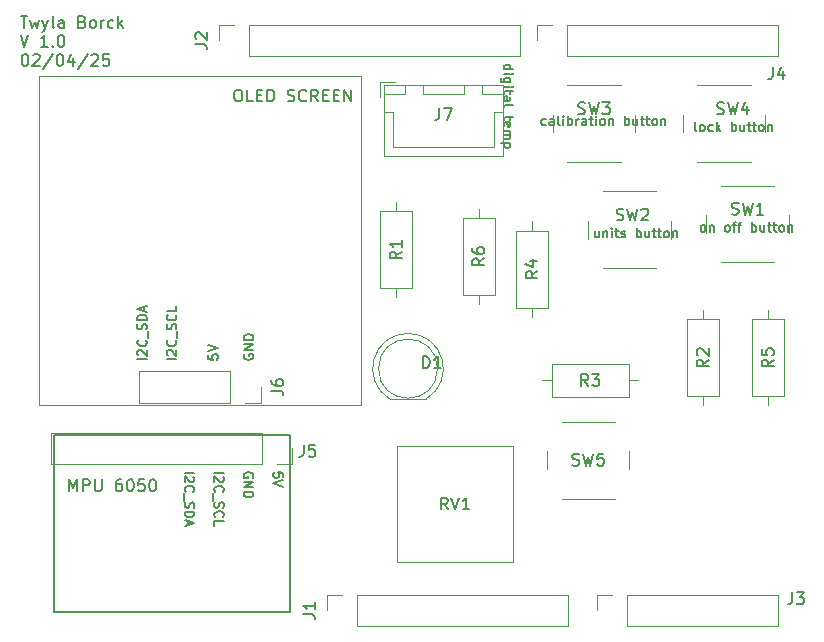
<source format=gbr>
%TF.GenerationSoftware,KiCad,Pcbnew,8.0.8*%
%TF.CreationDate,2025-02-04T10:54:44-07:00*%
%TF.ProjectId,Uno_Shield_ThermoPro,556e6f5f-5368-4696-956c-645f54686572,rev?*%
%TF.SameCoordinates,Original*%
%TF.FileFunction,Legend,Top*%
%TF.FilePolarity,Positive*%
%FSLAX46Y46*%
G04 Gerber Fmt 4.6, Leading zero omitted, Abs format (unit mm)*
G04 Created by KiCad (PCBNEW 8.0.8) date 2025-02-04 10:54:44*
%MOMM*%
%LPD*%
G01*
G04 APERTURE LIST*
%ADD10C,0.150000*%
%ADD11C,0.100000*%
%ADD12C,0.175000*%
%ADD13C,0.120000*%
G04 APERTURE END LIST*
D10*
X100693922Y-47149931D02*
X101265350Y-47149931D01*
X100979636Y-48149931D02*
X100979636Y-47149931D01*
X101503446Y-47483264D02*
X101693922Y-48149931D01*
X101693922Y-48149931D02*
X101884398Y-47673740D01*
X101884398Y-47673740D02*
X102074874Y-48149931D01*
X102074874Y-48149931D02*
X102265350Y-47483264D01*
X102551065Y-47483264D02*
X102789160Y-48149931D01*
X103027255Y-47483264D02*
X102789160Y-48149931D01*
X102789160Y-48149931D02*
X102693922Y-48388026D01*
X102693922Y-48388026D02*
X102646303Y-48435645D01*
X102646303Y-48435645D02*
X102551065Y-48483264D01*
X103551065Y-48149931D02*
X103455827Y-48102312D01*
X103455827Y-48102312D02*
X103408208Y-48007073D01*
X103408208Y-48007073D02*
X103408208Y-47149931D01*
X104360589Y-48149931D02*
X104360589Y-47626121D01*
X104360589Y-47626121D02*
X104312970Y-47530883D01*
X104312970Y-47530883D02*
X104217732Y-47483264D01*
X104217732Y-47483264D02*
X104027256Y-47483264D01*
X104027256Y-47483264D02*
X103932018Y-47530883D01*
X104360589Y-48102312D02*
X104265351Y-48149931D01*
X104265351Y-48149931D02*
X104027256Y-48149931D01*
X104027256Y-48149931D02*
X103932018Y-48102312D01*
X103932018Y-48102312D02*
X103884399Y-48007073D01*
X103884399Y-48007073D02*
X103884399Y-47911835D01*
X103884399Y-47911835D02*
X103932018Y-47816597D01*
X103932018Y-47816597D02*
X104027256Y-47768978D01*
X104027256Y-47768978D02*
X104265351Y-47768978D01*
X104265351Y-47768978D02*
X104360589Y-47721359D01*
X105932018Y-47626121D02*
X106074875Y-47673740D01*
X106074875Y-47673740D02*
X106122494Y-47721359D01*
X106122494Y-47721359D02*
X106170113Y-47816597D01*
X106170113Y-47816597D02*
X106170113Y-47959454D01*
X106170113Y-47959454D02*
X106122494Y-48054692D01*
X106122494Y-48054692D02*
X106074875Y-48102312D01*
X106074875Y-48102312D02*
X105979637Y-48149931D01*
X105979637Y-48149931D02*
X105598685Y-48149931D01*
X105598685Y-48149931D02*
X105598685Y-47149931D01*
X105598685Y-47149931D02*
X105932018Y-47149931D01*
X105932018Y-47149931D02*
X106027256Y-47197550D01*
X106027256Y-47197550D02*
X106074875Y-47245169D01*
X106074875Y-47245169D02*
X106122494Y-47340407D01*
X106122494Y-47340407D02*
X106122494Y-47435645D01*
X106122494Y-47435645D02*
X106074875Y-47530883D01*
X106074875Y-47530883D02*
X106027256Y-47578502D01*
X106027256Y-47578502D02*
X105932018Y-47626121D01*
X105932018Y-47626121D02*
X105598685Y-47626121D01*
X106741542Y-48149931D02*
X106646304Y-48102312D01*
X106646304Y-48102312D02*
X106598685Y-48054692D01*
X106598685Y-48054692D02*
X106551066Y-47959454D01*
X106551066Y-47959454D02*
X106551066Y-47673740D01*
X106551066Y-47673740D02*
X106598685Y-47578502D01*
X106598685Y-47578502D02*
X106646304Y-47530883D01*
X106646304Y-47530883D02*
X106741542Y-47483264D01*
X106741542Y-47483264D02*
X106884399Y-47483264D01*
X106884399Y-47483264D02*
X106979637Y-47530883D01*
X106979637Y-47530883D02*
X107027256Y-47578502D01*
X107027256Y-47578502D02*
X107074875Y-47673740D01*
X107074875Y-47673740D02*
X107074875Y-47959454D01*
X107074875Y-47959454D02*
X107027256Y-48054692D01*
X107027256Y-48054692D02*
X106979637Y-48102312D01*
X106979637Y-48102312D02*
X106884399Y-48149931D01*
X106884399Y-48149931D02*
X106741542Y-48149931D01*
X107503447Y-48149931D02*
X107503447Y-47483264D01*
X107503447Y-47673740D02*
X107551066Y-47578502D01*
X107551066Y-47578502D02*
X107598685Y-47530883D01*
X107598685Y-47530883D02*
X107693923Y-47483264D01*
X107693923Y-47483264D02*
X107789161Y-47483264D01*
X108551066Y-48102312D02*
X108455828Y-48149931D01*
X108455828Y-48149931D02*
X108265352Y-48149931D01*
X108265352Y-48149931D02*
X108170114Y-48102312D01*
X108170114Y-48102312D02*
X108122495Y-48054692D01*
X108122495Y-48054692D02*
X108074876Y-47959454D01*
X108074876Y-47959454D02*
X108074876Y-47673740D01*
X108074876Y-47673740D02*
X108122495Y-47578502D01*
X108122495Y-47578502D02*
X108170114Y-47530883D01*
X108170114Y-47530883D02*
X108265352Y-47483264D01*
X108265352Y-47483264D02*
X108455828Y-47483264D01*
X108455828Y-47483264D02*
X108551066Y-47530883D01*
X108979638Y-48149931D02*
X108979638Y-47149931D01*
X109074876Y-47768978D02*
X109360590Y-48149931D01*
X109360590Y-47483264D02*
X108979638Y-47864216D01*
X100693922Y-48759875D02*
X101027255Y-49759875D01*
X101027255Y-49759875D02*
X101360588Y-48759875D01*
X102979636Y-49759875D02*
X102408208Y-49759875D01*
X102693922Y-49759875D02*
X102693922Y-48759875D01*
X102693922Y-48759875D02*
X102598684Y-48902732D01*
X102598684Y-48902732D02*
X102503446Y-48997970D01*
X102503446Y-48997970D02*
X102408208Y-49045589D01*
X103408208Y-49664636D02*
X103455827Y-49712256D01*
X103455827Y-49712256D02*
X103408208Y-49759875D01*
X103408208Y-49759875D02*
X103360589Y-49712256D01*
X103360589Y-49712256D02*
X103408208Y-49664636D01*
X103408208Y-49664636D02*
X103408208Y-49759875D01*
X104074874Y-48759875D02*
X104170112Y-48759875D01*
X104170112Y-48759875D02*
X104265350Y-48807494D01*
X104265350Y-48807494D02*
X104312969Y-48855113D01*
X104312969Y-48855113D02*
X104360588Y-48950351D01*
X104360588Y-48950351D02*
X104408207Y-49140827D01*
X104408207Y-49140827D02*
X104408207Y-49378922D01*
X104408207Y-49378922D02*
X104360588Y-49569398D01*
X104360588Y-49569398D02*
X104312969Y-49664636D01*
X104312969Y-49664636D02*
X104265350Y-49712256D01*
X104265350Y-49712256D02*
X104170112Y-49759875D01*
X104170112Y-49759875D02*
X104074874Y-49759875D01*
X104074874Y-49759875D02*
X103979636Y-49712256D01*
X103979636Y-49712256D02*
X103932017Y-49664636D01*
X103932017Y-49664636D02*
X103884398Y-49569398D01*
X103884398Y-49569398D02*
X103836779Y-49378922D01*
X103836779Y-49378922D02*
X103836779Y-49140827D01*
X103836779Y-49140827D02*
X103884398Y-48950351D01*
X103884398Y-48950351D02*
X103932017Y-48855113D01*
X103932017Y-48855113D02*
X103979636Y-48807494D01*
X103979636Y-48807494D02*
X104074874Y-48759875D01*
X101027255Y-50369819D02*
X101122493Y-50369819D01*
X101122493Y-50369819D02*
X101217731Y-50417438D01*
X101217731Y-50417438D02*
X101265350Y-50465057D01*
X101265350Y-50465057D02*
X101312969Y-50560295D01*
X101312969Y-50560295D02*
X101360588Y-50750771D01*
X101360588Y-50750771D02*
X101360588Y-50988866D01*
X101360588Y-50988866D02*
X101312969Y-51179342D01*
X101312969Y-51179342D02*
X101265350Y-51274580D01*
X101265350Y-51274580D02*
X101217731Y-51322200D01*
X101217731Y-51322200D02*
X101122493Y-51369819D01*
X101122493Y-51369819D02*
X101027255Y-51369819D01*
X101027255Y-51369819D02*
X100932017Y-51322200D01*
X100932017Y-51322200D02*
X100884398Y-51274580D01*
X100884398Y-51274580D02*
X100836779Y-51179342D01*
X100836779Y-51179342D02*
X100789160Y-50988866D01*
X100789160Y-50988866D02*
X100789160Y-50750771D01*
X100789160Y-50750771D02*
X100836779Y-50560295D01*
X100836779Y-50560295D02*
X100884398Y-50465057D01*
X100884398Y-50465057D02*
X100932017Y-50417438D01*
X100932017Y-50417438D02*
X101027255Y-50369819D01*
X101741541Y-50465057D02*
X101789160Y-50417438D01*
X101789160Y-50417438D02*
X101884398Y-50369819D01*
X101884398Y-50369819D02*
X102122493Y-50369819D01*
X102122493Y-50369819D02*
X102217731Y-50417438D01*
X102217731Y-50417438D02*
X102265350Y-50465057D01*
X102265350Y-50465057D02*
X102312969Y-50560295D01*
X102312969Y-50560295D02*
X102312969Y-50655533D01*
X102312969Y-50655533D02*
X102265350Y-50798390D01*
X102265350Y-50798390D02*
X101693922Y-51369819D01*
X101693922Y-51369819D02*
X102312969Y-51369819D01*
X103455826Y-50322200D02*
X102598684Y-51607914D01*
X103979636Y-50369819D02*
X104074874Y-50369819D01*
X104074874Y-50369819D02*
X104170112Y-50417438D01*
X104170112Y-50417438D02*
X104217731Y-50465057D01*
X104217731Y-50465057D02*
X104265350Y-50560295D01*
X104265350Y-50560295D02*
X104312969Y-50750771D01*
X104312969Y-50750771D02*
X104312969Y-50988866D01*
X104312969Y-50988866D02*
X104265350Y-51179342D01*
X104265350Y-51179342D02*
X104217731Y-51274580D01*
X104217731Y-51274580D02*
X104170112Y-51322200D01*
X104170112Y-51322200D02*
X104074874Y-51369819D01*
X104074874Y-51369819D02*
X103979636Y-51369819D01*
X103979636Y-51369819D02*
X103884398Y-51322200D01*
X103884398Y-51322200D02*
X103836779Y-51274580D01*
X103836779Y-51274580D02*
X103789160Y-51179342D01*
X103789160Y-51179342D02*
X103741541Y-50988866D01*
X103741541Y-50988866D02*
X103741541Y-50750771D01*
X103741541Y-50750771D02*
X103789160Y-50560295D01*
X103789160Y-50560295D02*
X103836779Y-50465057D01*
X103836779Y-50465057D02*
X103884398Y-50417438D01*
X103884398Y-50417438D02*
X103979636Y-50369819D01*
X105170112Y-50703152D02*
X105170112Y-51369819D01*
X104932017Y-50322200D02*
X104693922Y-51036485D01*
X104693922Y-51036485D02*
X105312969Y-51036485D01*
X106408207Y-50322200D02*
X105551065Y-51607914D01*
X106693922Y-50465057D02*
X106741541Y-50417438D01*
X106741541Y-50417438D02*
X106836779Y-50369819D01*
X106836779Y-50369819D02*
X107074874Y-50369819D01*
X107074874Y-50369819D02*
X107170112Y-50417438D01*
X107170112Y-50417438D02*
X107217731Y-50465057D01*
X107217731Y-50465057D02*
X107265350Y-50560295D01*
X107265350Y-50560295D02*
X107265350Y-50655533D01*
X107265350Y-50655533D02*
X107217731Y-50798390D01*
X107217731Y-50798390D02*
X106646303Y-51369819D01*
X106646303Y-51369819D02*
X107265350Y-51369819D01*
X108170112Y-50369819D02*
X107693922Y-50369819D01*
X107693922Y-50369819D02*
X107646303Y-50846009D01*
X107646303Y-50846009D02*
X107693922Y-50798390D01*
X107693922Y-50798390D02*
X107789160Y-50750771D01*
X107789160Y-50750771D02*
X108027255Y-50750771D01*
X108027255Y-50750771D02*
X108122493Y-50798390D01*
X108122493Y-50798390D02*
X108170112Y-50846009D01*
X108170112Y-50846009D02*
X108217731Y-50941247D01*
X108217731Y-50941247D02*
X108217731Y-51179342D01*
X108217731Y-51179342D02*
X108170112Y-51274580D01*
X108170112Y-51274580D02*
X108122493Y-51322200D01*
X108122493Y-51322200D02*
X108027255Y-51369819D01*
X108027255Y-51369819D02*
X107789160Y-51369819D01*
X107789160Y-51369819D02*
X107693922Y-51322200D01*
X107693922Y-51322200D02*
X107646303Y-51274580D01*
X103510000Y-82630000D02*
X123510000Y-82630000D01*
X123510000Y-97630000D01*
X103510000Y-97630000D01*
X103510000Y-82630000D01*
D11*
X102250000Y-52250000D02*
X129550000Y-52250000D01*
X129550000Y-80050000D01*
X102250000Y-80050000D01*
X102250000Y-52250000D01*
D12*
X119631090Y-75775345D02*
X119592995Y-75851535D01*
X119592995Y-75851535D02*
X119592995Y-75965821D01*
X119592995Y-75965821D02*
X119631090Y-76080107D01*
X119631090Y-76080107D02*
X119707280Y-76156297D01*
X119707280Y-76156297D02*
X119783471Y-76194392D01*
X119783471Y-76194392D02*
X119935852Y-76232488D01*
X119935852Y-76232488D02*
X120050138Y-76232488D01*
X120050138Y-76232488D02*
X120202519Y-76194392D01*
X120202519Y-76194392D02*
X120278709Y-76156297D01*
X120278709Y-76156297D02*
X120354900Y-76080107D01*
X120354900Y-76080107D02*
X120392995Y-75965821D01*
X120392995Y-75965821D02*
X120392995Y-75889630D01*
X120392995Y-75889630D02*
X120354900Y-75775345D01*
X120354900Y-75775345D02*
X120316804Y-75737249D01*
X120316804Y-75737249D02*
X120050138Y-75737249D01*
X120050138Y-75737249D02*
X120050138Y-75889630D01*
X120392995Y-75394392D02*
X119592995Y-75394392D01*
X119592995Y-75394392D02*
X120392995Y-74937249D01*
X120392995Y-74937249D02*
X119592995Y-74937249D01*
X120392995Y-74556297D02*
X119592995Y-74556297D01*
X119592995Y-74556297D02*
X119592995Y-74365821D01*
X119592995Y-74365821D02*
X119631090Y-74251535D01*
X119631090Y-74251535D02*
X119707280Y-74175345D01*
X119707280Y-74175345D02*
X119783471Y-74137250D01*
X119783471Y-74137250D02*
X119935852Y-74099154D01*
X119935852Y-74099154D02*
X120050138Y-74099154D01*
X120050138Y-74099154D02*
X120202519Y-74137250D01*
X120202519Y-74137250D02*
X120278709Y-74175345D01*
X120278709Y-74175345D02*
X120354900Y-74251535D01*
X120354900Y-74251535D02*
X120392995Y-74365821D01*
X120392995Y-74365821D02*
X120392995Y-74556297D01*
X113892995Y-76194392D02*
X113092995Y-76194392D01*
X113169185Y-75851536D02*
X113131090Y-75813440D01*
X113131090Y-75813440D02*
X113092995Y-75737250D01*
X113092995Y-75737250D02*
X113092995Y-75546774D01*
X113092995Y-75546774D02*
X113131090Y-75470583D01*
X113131090Y-75470583D02*
X113169185Y-75432488D01*
X113169185Y-75432488D02*
X113245376Y-75394393D01*
X113245376Y-75394393D02*
X113321566Y-75394393D01*
X113321566Y-75394393D02*
X113435852Y-75432488D01*
X113435852Y-75432488D02*
X113892995Y-75889631D01*
X113892995Y-75889631D02*
X113892995Y-75394393D01*
X113816804Y-74594392D02*
X113854900Y-74632488D01*
X113854900Y-74632488D02*
X113892995Y-74746773D01*
X113892995Y-74746773D02*
X113892995Y-74822964D01*
X113892995Y-74822964D02*
X113854900Y-74937250D01*
X113854900Y-74937250D02*
X113778709Y-75013440D01*
X113778709Y-75013440D02*
X113702519Y-75051535D01*
X113702519Y-75051535D02*
X113550138Y-75089631D01*
X113550138Y-75089631D02*
X113435852Y-75089631D01*
X113435852Y-75089631D02*
X113283471Y-75051535D01*
X113283471Y-75051535D02*
X113207280Y-75013440D01*
X113207280Y-75013440D02*
X113131090Y-74937250D01*
X113131090Y-74937250D02*
X113092995Y-74822964D01*
X113092995Y-74822964D02*
X113092995Y-74746773D01*
X113092995Y-74746773D02*
X113131090Y-74632488D01*
X113131090Y-74632488D02*
X113169185Y-74594392D01*
X113969185Y-74442012D02*
X113969185Y-73832488D01*
X113854900Y-73680107D02*
X113892995Y-73565821D01*
X113892995Y-73565821D02*
X113892995Y-73375345D01*
X113892995Y-73375345D02*
X113854900Y-73299154D01*
X113854900Y-73299154D02*
X113816804Y-73261059D01*
X113816804Y-73261059D02*
X113740614Y-73222964D01*
X113740614Y-73222964D02*
X113664423Y-73222964D01*
X113664423Y-73222964D02*
X113588233Y-73261059D01*
X113588233Y-73261059D02*
X113550138Y-73299154D01*
X113550138Y-73299154D02*
X113512042Y-73375345D01*
X113512042Y-73375345D02*
X113473947Y-73527726D01*
X113473947Y-73527726D02*
X113435852Y-73603916D01*
X113435852Y-73603916D02*
X113397757Y-73642011D01*
X113397757Y-73642011D02*
X113321566Y-73680107D01*
X113321566Y-73680107D02*
X113245376Y-73680107D01*
X113245376Y-73680107D02*
X113169185Y-73642011D01*
X113169185Y-73642011D02*
X113131090Y-73603916D01*
X113131090Y-73603916D02*
X113092995Y-73527726D01*
X113092995Y-73527726D02*
X113092995Y-73337249D01*
X113092995Y-73337249D02*
X113131090Y-73222964D01*
X113816804Y-72422963D02*
X113854900Y-72461059D01*
X113854900Y-72461059D02*
X113892995Y-72575344D01*
X113892995Y-72575344D02*
X113892995Y-72651535D01*
X113892995Y-72651535D02*
X113854900Y-72765821D01*
X113854900Y-72765821D02*
X113778709Y-72842011D01*
X113778709Y-72842011D02*
X113702519Y-72880106D01*
X113702519Y-72880106D02*
X113550138Y-72918202D01*
X113550138Y-72918202D02*
X113435852Y-72918202D01*
X113435852Y-72918202D02*
X113283471Y-72880106D01*
X113283471Y-72880106D02*
X113207280Y-72842011D01*
X113207280Y-72842011D02*
X113131090Y-72765821D01*
X113131090Y-72765821D02*
X113092995Y-72651535D01*
X113092995Y-72651535D02*
X113092995Y-72575344D01*
X113092995Y-72575344D02*
X113131090Y-72461059D01*
X113131090Y-72461059D02*
X113169185Y-72422963D01*
X113892995Y-71699154D02*
X113892995Y-72080106D01*
X113892995Y-72080106D02*
X113092995Y-72080106D01*
X114607004Y-85805607D02*
X115407004Y-85805607D01*
X115330814Y-86148463D02*
X115368909Y-86186559D01*
X115368909Y-86186559D02*
X115407004Y-86262749D01*
X115407004Y-86262749D02*
X115407004Y-86453225D01*
X115407004Y-86453225D02*
X115368909Y-86529416D01*
X115368909Y-86529416D02*
X115330814Y-86567511D01*
X115330814Y-86567511D02*
X115254623Y-86605606D01*
X115254623Y-86605606D02*
X115178433Y-86605606D01*
X115178433Y-86605606D02*
X115064147Y-86567511D01*
X115064147Y-86567511D02*
X114607004Y-86110368D01*
X114607004Y-86110368D02*
X114607004Y-86605606D01*
X114683195Y-87405607D02*
X114645100Y-87367511D01*
X114645100Y-87367511D02*
X114607004Y-87253226D01*
X114607004Y-87253226D02*
X114607004Y-87177035D01*
X114607004Y-87177035D02*
X114645100Y-87062749D01*
X114645100Y-87062749D02*
X114721290Y-86986559D01*
X114721290Y-86986559D02*
X114797480Y-86948464D01*
X114797480Y-86948464D02*
X114949861Y-86910368D01*
X114949861Y-86910368D02*
X115064147Y-86910368D01*
X115064147Y-86910368D02*
X115216528Y-86948464D01*
X115216528Y-86948464D02*
X115292719Y-86986559D01*
X115292719Y-86986559D02*
X115368909Y-87062749D01*
X115368909Y-87062749D02*
X115407004Y-87177035D01*
X115407004Y-87177035D02*
X115407004Y-87253226D01*
X115407004Y-87253226D02*
X115368909Y-87367511D01*
X115368909Y-87367511D02*
X115330814Y-87405607D01*
X114530814Y-87557988D02*
X114530814Y-88167511D01*
X114645100Y-88319892D02*
X114607004Y-88434178D01*
X114607004Y-88434178D02*
X114607004Y-88624654D01*
X114607004Y-88624654D02*
X114645100Y-88700845D01*
X114645100Y-88700845D02*
X114683195Y-88738940D01*
X114683195Y-88738940D02*
X114759385Y-88777035D01*
X114759385Y-88777035D02*
X114835576Y-88777035D01*
X114835576Y-88777035D02*
X114911766Y-88738940D01*
X114911766Y-88738940D02*
X114949861Y-88700845D01*
X114949861Y-88700845D02*
X114987957Y-88624654D01*
X114987957Y-88624654D02*
X115026052Y-88472273D01*
X115026052Y-88472273D02*
X115064147Y-88396083D01*
X115064147Y-88396083D02*
X115102242Y-88357988D01*
X115102242Y-88357988D02*
X115178433Y-88319892D01*
X115178433Y-88319892D02*
X115254623Y-88319892D01*
X115254623Y-88319892D02*
X115330814Y-88357988D01*
X115330814Y-88357988D02*
X115368909Y-88396083D01*
X115368909Y-88396083D02*
X115407004Y-88472273D01*
X115407004Y-88472273D02*
X115407004Y-88662750D01*
X115407004Y-88662750D02*
X115368909Y-88777035D01*
X114607004Y-89119893D02*
X115407004Y-89119893D01*
X115407004Y-89119893D02*
X115407004Y-89310369D01*
X115407004Y-89310369D02*
X115368909Y-89424655D01*
X115368909Y-89424655D02*
X115292719Y-89500845D01*
X115292719Y-89500845D02*
X115216528Y-89538940D01*
X115216528Y-89538940D02*
X115064147Y-89577036D01*
X115064147Y-89577036D02*
X114949861Y-89577036D01*
X114949861Y-89577036D02*
X114797480Y-89538940D01*
X114797480Y-89538940D02*
X114721290Y-89500845D01*
X114721290Y-89500845D02*
X114645100Y-89424655D01*
X114645100Y-89424655D02*
X114607004Y-89310369D01*
X114607004Y-89310369D02*
X114607004Y-89119893D01*
X114835576Y-89881797D02*
X114835576Y-90262750D01*
X114607004Y-89805607D02*
X115407004Y-90072274D01*
X115407004Y-90072274D02*
X114607004Y-90338940D01*
X158419892Y-65392995D02*
X158343702Y-65354900D01*
X158343702Y-65354900D02*
X158305607Y-65316804D01*
X158305607Y-65316804D02*
X158267511Y-65240614D01*
X158267511Y-65240614D02*
X158267511Y-65012042D01*
X158267511Y-65012042D02*
X158305607Y-64935852D01*
X158305607Y-64935852D02*
X158343702Y-64897757D01*
X158343702Y-64897757D02*
X158419892Y-64859661D01*
X158419892Y-64859661D02*
X158534178Y-64859661D01*
X158534178Y-64859661D02*
X158610369Y-64897757D01*
X158610369Y-64897757D02*
X158648464Y-64935852D01*
X158648464Y-64935852D02*
X158686559Y-65012042D01*
X158686559Y-65012042D02*
X158686559Y-65240614D01*
X158686559Y-65240614D02*
X158648464Y-65316804D01*
X158648464Y-65316804D02*
X158610369Y-65354900D01*
X158610369Y-65354900D02*
X158534178Y-65392995D01*
X158534178Y-65392995D02*
X158419892Y-65392995D01*
X159029417Y-64859661D02*
X159029417Y-65392995D01*
X159029417Y-64935852D02*
X159067512Y-64897757D01*
X159067512Y-64897757D02*
X159143702Y-64859661D01*
X159143702Y-64859661D02*
X159257988Y-64859661D01*
X159257988Y-64859661D02*
X159334179Y-64897757D01*
X159334179Y-64897757D02*
X159372274Y-64973947D01*
X159372274Y-64973947D02*
X159372274Y-65392995D01*
X160477036Y-65392995D02*
X160400846Y-65354900D01*
X160400846Y-65354900D02*
X160362751Y-65316804D01*
X160362751Y-65316804D02*
X160324655Y-65240614D01*
X160324655Y-65240614D02*
X160324655Y-65012042D01*
X160324655Y-65012042D02*
X160362751Y-64935852D01*
X160362751Y-64935852D02*
X160400846Y-64897757D01*
X160400846Y-64897757D02*
X160477036Y-64859661D01*
X160477036Y-64859661D02*
X160591322Y-64859661D01*
X160591322Y-64859661D02*
X160667513Y-64897757D01*
X160667513Y-64897757D02*
X160705608Y-64935852D01*
X160705608Y-64935852D02*
X160743703Y-65012042D01*
X160743703Y-65012042D02*
X160743703Y-65240614D01*
X160743703Y-65240614D02*
X160705608Y-65316804D01*
X160705608Y-65316804D02*
X160667513Y-65354900D01*
X160667513Y-65354900D02*
X160591322Y-65392995D01*
X160591322Y-65392995D02*
X160477036Y-65392995D01*
X160972275Y-64859661D02*
X161277037Y-64859661D01*
X161086561Y-65392995D02*
X161086561Y-64707280D01*
X161086561Y-64707280D02*
X161124656Y-64631090D01*
X161124656Y-64631090D02*
X161200846Y-64592995D01*
X161200846Y-64592995D02*
X161277037Y-64592995D01*
X161429418Y-64859661D02*
X161734180Y-64859661D01*
X161543704Y-65392995D02*
X161543704Y-64707280D01*
X161543704Y-64707280D02*
X161581799Y-64631090D01*
X161581799Y-64631090D02*
X161657989Y-64592995D01*
X161657989Y-64592995D02*
X161734180Y-64592995D01*
X162610371Y-65392995D02*
X162610371Y-64592995D01*
X162610371Y-64897757D02*
X162686561Y-64859661D01*
X162686561Y-64859661D02*
X162838942Y-64859661D01*
X162838942Y-64859661D02*
X162915133Y-64897757D01*
X162915133Y-64897757D02*
X162953228Y-64935852D01*
X162953228Y-64935852D02*
X162991323Y-65012042D01*
X162991323Y-65012042D02*
X162991323Y-65240614D01*
X162991323Y-65240614D02*
X162953228Y-65316804D01*
X162953228Y-65316804D02*
X162915133Y-65354900D01*
X162915133Y-65354900D02*
X162838942Y-65392995D01*
X162838942Y-65392995D02*
X162686561Y-65392995D01*
X162686561Y-65392995D02*
X162610371Y-65354900D01*
X163677038Y-64859661D02*
X163677038Y-65392995D01*
X163334181Y-64859661D02*
X163334181Y-65278709D01*
X163334181Y-65278709D02*
X163372276Y-65354900D01*
X163372276Y-65354900D02*
X163448466Y-65392995D01*
X163448466Y-65392995D02*
X163562752Y-65392995D01*
X163562752Y-65392995D02*
X163638943Y-65354900D01*
X163638943Y-65354900D02*
X163677038Y-65316804D01*
X163943705Y-64859661D02*
X164248467Y-64859661D01*
X164057991Y-64592995D02*
X164057991Y-65278709D01*
X164057991Y-65278709D02*
X164096086Y-65354900D01*
X164096086Y-65354900D02*
X164172276Y-65392995D01*
X164172276Y-65392995D02*
X164248467Y-65392995D01*
X164400848Y-64859661D02*
X164705610Y-64859661D01*
X164515134Y-64592995D02*
X164515134Y-65278709D01*
X164515134Y-65278709D02*
X164553229Y-65354900D01*
X164553229Y-65354900D02*
X164629419Y-65392995D01*
X164629419Y-65392995D02*
X164705610Y-65392995D01*
X165086562Y-65392995D02*
X165010372Y-65354900D01*
X165010372Y-65354900D02*
X164972277Y-65316804D01*
X164972277Y-65316804D02*
X164934181Y-65240614D01*
X164934181Y-65240614D02*
X164934181Y-65012042D01*
X164934181Y-65012042D02*
X164972277Y-64935852D01*
X164972277Y-64935852D02*
X165010372Y-64897757D01*
X165010372Y-64897757D02*
X165086562Y-64859661D01*
X165086562Y-64859661D02*
X165200848Y-64859661D01*
X165200848Y-64859661D02*
X165277039Y-64897757D01*
X165277039Y-64897757D02*
X165315134Y-64935852D01*
X165315134Y-64935852D02*
X165353229Y-65012042D01*
X165353229Y-65012042D02*
X165353229Y-65240614D01*
X165353229Y-65240614D02*
X165315134Y-65316804D01*
X165315134Y-65316804D02*
X165277039Y-65354900D01*
X165277039Y-65354900D02*
X165200848Y-65392995D01*
X165200848Y-65392995D02*
X165086562Y-65392995D01*
X165696087Y-64859661D02*
X165696087Y-65392995D01*
X165696087Y-64935852D02*
X165734182Y-64897757D01*
X165734182Y-64897757D02*
X165810372Y-64859661D01*
X165810372Y-64859661D02*
X165924658Y-64859661D01*
X165924658Y-64859661D02*
X166000849Y-64897757D01*
X166000849Y-64897757D02*
X166038944Y-64973947D01*
X166038944Y-64973947D02*
X166038944Y-65392995D01*
X116592995Y-75813440D02*
X116592995Y-76194392D01*
X116592995Y-76194392D02*
X116973947Y-76232488D01*
X116973947Y-76232488D02*
X116935852Y-76194392D01*
X116935852Y-76194392D02*
X116897757Y-76118202D01*
X116897757Y-76118202D02*
X116897757Y-75927726D01*
X116897757Y-75927726D02*
X116935852Y-75851535D01*
X116935852Y-75851535D02*
X116973947Y-75813440D01*
X116973947Y-75813440D02*
X117050138Y-75775345D01*
X117050138Y-75775345D02*
X117240614Y-75775345D01*
X117240614Y-75775345D02*
X117316804Y-75813440D01*
X117316804Y-75813440D02*
X117354900Y-75851535D01*
X117354900Y-75851535D02*
X117392995Y-75927726D01*
X117392995Y-75927726D02*
X117392995Y-76118202D01*
X117392995Y-76118202D02*
X117354900Y-76194392D01*
X117354900Y-76194392D02*
X117316804Y-76232488D01*
X116592995Y-75546773D02*
X117392995Y-75280106D01*
X117392995Y-75280106D02*
X116592995Y-75013440D01*
X111392995Y-76194392D02*
X110592995Y-76194392D01*
X110669185Y-75851536D02*
X110631090Y-75813440D01*
X110631090Y-75813440D02*
X110592995Y-75737250D01*
X110592995Y-75737250D02*
X110592995Y-75546774D01*
X110592995Y-75546774D02*
X110631090Y-75470583D01*
X110631090Y-75470583D02*
X110669185Y-75432488D01*
X110669185Y-75432488D02*
X110745376Y-75394393D01*
X110745376Y-75394393D02*
X110821566Y-75394393D01*
X110821566Y-75394393D02*
X110935852Y-75432488D01*
X110935852Y-75432488D02*
X111392995Y-75889631D01*
X111392995Y-75889631D02*
X111392995Y-75394393D01*
X111316804Y-74594392D02*
X111354900Y-74632488D01*
X111354900Y-74632488D02*
X111392995Y-74746773D01*
X111392995Y-74746773D02*
X111392995Y-74822964D01*
X111392995Y-74822964D02*
X111354900Y-74937250D01*
X111354900Y-74937250D02*
X111278709Y-75013440D01*
X111278709Y-75013440D02*
X111202519Y-75051535D01*
X111202519Y-75051535D02*
X111050138Y-75089631D01*
X111050138Y-75089631D02*
X110935852Y-75089631D01*
X110935852Y-75089631D02*
X110783471Y-75051535D01*
X110783471Y-75051535D02*
X110707280Y-75013440D01*
X110707280Y-75013440D02*
X110631090Y-74937250D01*
X110631090Y-74937250D02*
X110592995Y-74822964D01*
X110592995Y-74822964D02*
X110592995Y-74746773D01*
X110592995Y-74746773D02*
X110631090Y-74632488D01*
X110631090Y-74632488D02*
X110669185Y-74594392D01*
X111469185Y-74442012D02*
X111469185Y-73832488D01*
X111354900Y-73680107D02*
X111392995Y-73565821D01*
X111392995Y-73565821D02*
X111392995Y-73375345D01*
X111392995Y-73375345D02*
X111354900Y-73299154D01*
X111354900Y-73299154D02*
X111316804Y-73261059D01*
X111316804Y-73261059D02*
X111240614Y-73222964D01*
X111240614Y-73222964D02*
X111164423Y-73222964D01*
X111164423Y-73222964D02*
X111088233Y-73261059D01*
X111088233Y-73261059D02*
X111050138Y-73299154D01*
X111050138Y-73299154D02*
X111012042Y-73375345D01*
X111012042Y-73375345D02*
X110973947Y-73527726D01*
X110973947Y-73527726D02*
X110935852Y-73603916D01*
X110935852Y-73603916D02*
X110897757Y-73642011D01*
X110897757Y-73642011D02*
X110821566Y-73680107D01*
X110821566Y-73680107D02*
X110745376Y-73680107D01*
X110745376Y-73680107D02*
X110669185Y-73642011D01*
X110669185Y-73642011D02*
X110631090Y-73603916D01*
X110631090Y-73603916D02*
X110592995Y-73527726D01*
X110592995Y-73527726D02*
X110592995Y-73337249D01*
X110592995Y-73337249D02*
X110631090Y-73222964D01*
X111392995Y-72880106D02*
X110592995Y-72880106D01*
X110592995Y-72880106D02*
X110592995Y-72689630D01*
X110592995Y-72689630D02*
X110631090Y-72575344D01*
X110631090Y-72575344D02*
X110707280Y-72499154D01*
X110707280Y-72499154D02*
X110783471Y-72461059D01*
X110783471Y-72461059D02*
X110935852Y-72422963D01*
X110935852Y-72422963D02*
X111050138Y-72422963D01*
X111050138Y-72422963D02*
X111202519Y-72461059D01*
X111202519Y-72461059D02*
X111278709Y-72499154D01*
X111278709Y-72499154D02*
X111354900Y-72575344D01*
X111354900Y-72575344D02*
X111392995Y-72689630D01*
X111392995Y-72689630D02*
X111392995Y-72880106D01*
X111164423Y-72118202D02*
X111164423Y-71737249D01*
X111392995Y-72194392D02*
X110592995Y-71927725D01*
X110592995Y-71927725D02*
X111392995Y-71661059D01*
X157919892Y-56892995D02*
X157843702Y-56854900D01*
X157843702Y-56854900D02*
X157805607Y-56778709D01*
X157805607Y-56778709D02*
X157805607Y-56092995D01*
X158338940Y-56892995D02*
X158262750Y-56854900D01*
X158262750Y-56854900D02*
X158224655Y-56816804D01*
X158224655Y-56816804D02*
X158186559Y-56740614D01*
X158186559Y-56740614D02*
X158186559Y-56512042D01*
X158186559Y-56512042D02*
X158224655Y-56435852D01*
X158224655Y-56435852D02*
X158262750Y-56397757D01*
X158262750Y-56397757D02*
X158338940Y-56359661D01*
X158338940Y-56359661D02*
X158453226Y-56359661D01*
X158453226Y-56359661D02*
X158529417Y-56397757D01*
X158529417Y-56397757D02*
X158567512Y-56435852D01*
X158567512Y-56435852D02*
X158605607Y-56512042D01*
X158605607Y-56512042D02*
X158605607Y-56740614D01*
X158605607Y-56740614D02*
X158567512Y-56816804D01*
X158567512Y-56816804D02*
X158529417Y-56854900D01*
X158529417Y-56854900D02*
X158453226Y-56892995D01*
X158453226Y-56892995D02*
X158338940Y-56892995D01*
X159291322Y-56854900D02*
X159215131Y-56892995D01*
X159215131Y-56892995D02*
X159062750Y-56892995D01*
X159062750Y-56892995D02*
X158986560Y-56854900D01*
X158986560Y-56854900D02*
X158948465Y-56816804D01*
X158948465Y-56816804D02*
X158910369Y-56740614D01*
X158910369Y-56740614D02*
X158910369Y-56512042D01*
X158910369Y-56512042D02*
X158948465Y-56435852D01*
X158948465Y-56435852D02*
X158986560Y-56397757D01*
X158986560Y-56397757D02*
X159062750Y-56359661D01*
X159062750Y-56359661D02*
X159215131Y-56359661D01*
X159215131Y-56359661D02*
X159291322Y-56397757D01*
X159634179Y-56892995D02*
X159634179Y-56092995D01*
X159710369Y-56588233D02*
X159938941Y-56892995D01*
X159938941Y-56359661D02*
X159634179Y-56664423D01*
X160891322Y-56892995D02*
X160891322Y-56092995D01*
X160891322Y-56397757D02*
X160967512Y-56359661D01*
X160967512Y-56359661D02*
X161119893Y-56359661D01*
X161119893Y-56359661D02*
X161196084Y-56397757D01*
X161196084Y-56397757D02*
X161234179Y-56435852D01*
X161234179Y-56435852D02*
X161272274Y-56512042D01*
X161272274Y-56512042D02*
X161272274Y-56740614D01*
X161272274Y-56740614D02*
X161234179Y-56816804D01*
X161234179Y-56816804D02*
X161196084Y-56854900D01*
X161196084Y-56854900D02*
X161119893Y-56892995D01*
X161119893Y-56892995D02*
X160967512Y-56892995D01*
X160967512Y-56892995D02*
X160891322Y-56854900D01*
X161957989Y-56359661D02*
X161957989Y-56892995D01*
X161615132Y-56359661D02*
X161615132Y-56778709D01*
X161615132Y-56778709D02*
X161653227Y-56854900D01*
X161653227Y-56854900D02*
X161729417Y-56892995D01*
X161729417Y-56892995D02*
X161843703Y-56892995D01*
X161843703Y-56892995D02*
X161919894Y-56854900D01*
X161919894Y-56854900D02*
X161957989Y-56816804D01*
X162224656Y-56359661D02*
X162529418Y-56359661D01*
X162338942Y-56092995D02*
X162338942Y-56778709D01*
X162338942Y-56778709D02*
X162377037Y-56854900D01*
X162377037Y-56854900D02*
X162453227Y-56892995D01*
X162453227Y-56892995D02*
X162529418Y-56892995D01*
X162681799Y-56359661D02*
X162986561Y-56359661D01*
X162796085Y-56092995D02*
X162796085Y-56778709D01*
X162796085Y-56778709D02*
X162834180Y-56854900D01*
X162834180Y-56854900D02*
X162910370Y-56892995D01*
X162910370Y-56892995D02*
X162986561Y-56892995D01*
X163367513Y-56892995D02*
X163291323Y-56854900D01*
X163291323Y-56854900D02*
X163253228Y-56816804D01*
X163253228Y-56816804D02*
X163215132Y-56740614D01*
X163215132Y-56740614D02*
X163215132Y-56512042D01*
X163215132Y-56512042D02*
X163253228Y-56435852D01*
X163253228Y-56435852D02*
X163291323Y-56397757D01*
X163291323Y-56397757D02*
X163367513Y-56359661D01*
X163367513Y-56359661D02*
X163481799Y-56359661D01*
X163481799Y-56359661D02*
X163557990Y-56397757D01*
X163557990Y-56397757D02*
X163596085Y-56435852D01*
X163596085Y-56435852D02*
X163634180Y-56512042D01*
X163634180Y-56512042D02*
X163634180Y-56740614D01*
X163634180Y-56740614D02*
X163596085Y-56816804D01*
X163596085Y-56816804D02*
X163557990Y-56854900D01*
X163557990Y-56854900D02*
X163481799Y-56892995D01*
X163481799Y-56892995D02*
X163367513Y-56892995D01*
X163977038Y-56359661D02*
X163977038Y-56892995D01*
X163977038Y-56435852D02*
X164015133Y-56397757D01*
X164015133Y-56397757D02*
X164091323Y-56359661D01*
X164091323Y-56359661D02*
X164205609Y-56359661D01*
X164205609Y-56359661D02*
X164281800Y-56397757D01*
X164281800Y-56397757D02*
X164319895Y-56473947D01*
X164319895Y-56473947D02*
X164319895Y-56892995D01*
X122907004Y-86186559D02*
X122907004Y-85805607D01*
X122907004Y-85805607D02*
X122526052Y-85767511D01*
X122526052Y-85767511D02*
X122564147Y-85805607D01*
X122564147Y-85805607D02*
X122602242Y-85881797D01*
X122602242Y-85881797D02*
X122602242Y-86072273D01*
X122602242Y-86072273D02*
X122564147Y-86148464D01*
X122564147Y-86148464D02*
X122526052Y-86186559D01*
X122526052Y-86186559D02*
X122449861Y-86224654D01*
X122449861Y-86224654D02*
X122259385Y-86224654D01*
X122259385Y-86224654D02*
X122183195Y-86186559D01*
X122183195Y-86186559D02*
X122145100Y-86148464D01*
X122145100Y-86148464D02*
X122107004Y-86072273D01*
X122107004Y-86072273D02*
X122107004Y-85881797D01*
X122107004Y-85881797D02*
X122145100Y-85805607D01*
X122145100Y-85805607D02*
X122183195Y-85767511D01*
X122907004Y-86453226D02*
X122107004Y-86719893D01*
X122107004Y-86719893D02*
X122907004Y-86986559D01*
X145148464Y-56354900D02*
X145072273Y-56392995D01*
X145072273Y-56392995D02*
X144919892Y-56392995D01*
X144919892Y-56392995D02*
X144843702Y-56354900D01*
X144843702Y-56354900D02*
X144805607Y-56316804D01*
X144805607Y-56316804D02*
X144767511Y-56240614D01*
X144767511Y-56240614D02*
X144767511Y-56012042D01*
X144767511Y-56012042D02*
X144805607Y-55935852D01*
X144805607Y-55935852D02*
X144843702Y-55897757D01*
X144843702Y-55897757D02*
X144919892Y-55859661D01*
X144919892Y-55859661D02*
X145072273Y-55859661D01*
X145072273Y-55859661D02*
X145148464Y-55897757D01*
X145834178Y-56392995D02*
X145834178Y-55973947D01*
X145834178Y-55973947D02*
X145796083Y-55897757D01*
X145796083Y-55897757D02*
X145719892Y-55859661D01*
X145719892Y-55859661D02*
X145567511Y-55859661D01*
X145567511Y-55859661D02*
X145491321Y-55897757D01*
X145834178Y-56354900D02*
X145757987Y-56392995D01*
X145757987Y-56392995D02*
X145567511Y-56392995D01*
X145567511Y-56392995D02*
X145491321Y-56354900D01*
X145491321Y-56354900D02*
X145453225Y-56278709D01*
X145453225Y-56278709D02*
X145453225Y-56202519D01*
X145453225Y-56202519D02*
X145491321Y-56126328D01*
X145491321Y-56126328D02*
X145567511Y-56088233D01*
X145567511Y-56088233D02*
X145757987Y-56088233D01*
X145757987Y-56088233D02*
X145834178Y-56050138D01*
X146329416Y-56392995D02*
X146253226Y-56354900D01*
X146253226Y-56354900D02*
X146215131Y-56278709D01*
X146215131Y-56278709D02*
X146215131Y-55592995D01*
X146634179Y-56392995D02*
X146634179Y-55859661D01*
X146634179Y-55592995D02*
X146596083Y-55631090D01*
X146596083Y-55631090D02*
X146634179Y-55669185D01*
X146634179Y-55669185D02*
X146672274Y-55631090D01*
X146672274Y-55631090D02*
X146634179Y-55592995D01*
X146634179Y-55592995D02*
X146634179Y-55669185D01*
X147015131Y-56392995D02*
X147015131Y-55592995D01*
X147015131Y-55897757D02*
X147091321Y-55859661D01*
X147091321Y-55859661D02*
X147243702Y-55859661D01*
X147243702Y-55859661D02*
X147319893Y-55897757D01*
X147319893Y-55897757D02*
X147357988Y-55935852D01*
X147357988Y-55935852D02*
X147396083Y-56012042D01*
X147396083Y-56012042D02*
X147396083Y-56240614D01*
X147396083Y-56240614D02*
X147357988Y-56316804D01*
X147357988Y-56316804D02*
X147319893Y-56354900D01*
X147319893Y-56354900D02*
X147243702Y-56392995D01*
X147243702Y-56392995D02*
X147091321Y-56392995D01*
X147091321Y-56392995D02*
X147015131Y-56354900D01*
X147738941Y-56392995D02*
X147738941Y-55859661D01*
X147738941Y-56012042D02*
X147777036Y-55935852D01*
X147777036Y-55935852D02*
X147815131Y-55897757D01*
X147815131Y-55897757D02*
X147891322Y-55859661D01*
X147891322Y-55859661D02*
X147967512Y-55859661D01*
X148577036Y-56392995D02*
X148577036Y-55973947D01*
X148577036Y-55973947D02*
X148538941Y-55897757D01*
X148538941Y-55897757D02*
X148462750Y-55859661D01*
X148462750Y-55859661D02*
X148310369Y-55859661D01*
X148310369Y-55859661D02*
X148234179Y-55897757D01*
X148577036Y-56354900D02*
X148500845Y-56392995D01*
X148500845Y-56392995D02*
X148310369Y-56392995D01*
X148310369Y-56392995D02*
X148234179Y-56354900D01*
X148234179Y-56354900D02*
X148196083Y-56278709D01*
X148196083Y-56278709D02*
X148196083Y-56202519D01*
X148196083Y-56202519D02*
X148234179Y-56126328D01*
X148234179Y-56126328D02*
X148310369Y-56088233D01*
X148310369Y-56088233D02*
X148500845Y-56088233D01*
X148500845Y-56088233D02*
X148577036Y-56050138D01*
X148843703Y-55859661D02*
X149148465Y-55859661D01*
X148957989Y-55592995D02*
X148957989Y-56278709D01*
X148957989Y-56278709D02*
X148996084Y-56354900D01*
X148996084Y-56354900D02*
X149072274Y-56392995D01*
X149072274Y-56392995D02*
X149148465Y-56392995D01*
X149415132Y-56392995D02*
X149415132Y-55859661D01*
X149415132Y-55592995D02*
X149377036Y-55631090D01*
X149377036Y-55631090D02*
X149415132Y-55669185D01*
X149415132Y-55669185D02*
X149453227Y-55631090D01*
X149453227Y-55631090D02*
X149415132Y-55592995D01*
X149415132Y-55592995D02*
X149415132Y-55669185D01*
X149910369Y-56392995D02*
X149834179Y-56354900D01*
X149834179Y-56354900D02*
X149796084Y-56316804D01*
X149796084Y-56316804D02*
X149757988Y-56240614D01*
X149757988Y-56240614D02*
X149757988Y-56012042D01*
X149757988Y-56012042D02*
X149796084Y-55935852D01*
X149796084Y-55935852D02*
X149834179Y-55897757D01*
X149834179Y-55897757D02*
X149910369Y-55859661D01*
X149910369Y-55859661D02*
X150024655Y-55859661D01*
X150024655Y-55859661D02*
X150100846Y-55897757D01*
X150100846Y-55897757D02*
X150138941Y-55935852D01*
X150138941Y-55935852D02*
X150177036Y-56012042D01*
X150177036Y-56012042D02*
X150177036Y-56240614D01*
X150177036Y-56240614D02*
X150138941Y-56316804D01*
X150138941Y-56316804D02*
X150100846Y-56354900D01*
X150100846Y-56354900D02*
X150024655Y-56392995D01*
X150024655Y-56392995D02*
X149910369Y-56392995D01*
X150519894Y-55859661D02*
X150519894Y-56392995D01*
X150519894Y-55935852D02*
X150557989Y-55897757D01*
X150557989Y-55897757D02*
X150634179Y-55859661D01*
X150634179Y-55859661D02*
X150748465Y-55859661D01*
X150748465Y-55859661D02*
X150824656Y-55897757D01*
X150824656Y-55897757D02*
X150862751Y-55973947D01*
X150862751Y-55973947D02*
X150862751Y-56392995D01*
X151853228Y-56392995D02*
X151853228Y-55592995D01*
X151853228Y-55897757D02*
X151929418Y-55859661D01*
X151929418Y-55859661D02*
X152081799Y-55859661D01*
X152081799Y-55859661D02*
X152157990Y-55897757D01*
X152157990Y-55897757D02*
X152196085Y-55935852D01*
X152196085Y-55935852D02*
X152234180Y-56012042D01*
X152234180Y-56012042D02*
X152234180Y-56240614D01*
X152234180Y-56240614D02*
X152196085Y-56316804D01*
X152196085Y-56316804D02*
X152157990Y-56354900D01*
X152157990Y-56354900D02*
X152081799Y-56392995D01*
X152081799Y-56392995D02*
X151929418Y-56392995D01*
X151929418Y-56392995D02*
X151853228Y-56354900D01*
X152919895Y-55859661D02*
X152919895Y-56392995D01*
X152577038Y-55859661D02*
X152577038Y-56278709D01*
X152577038Y-56278709D02*
X152615133Y-56354900D01*
X152615133Y-56354900D02*
X152691323Y-56392995D01*
X152691323Y-56392995D02*
X152805609Y-56392995D01*
X152805609Y-56392995D02*
X152881800Y-56354900D01*
X152881800Y-56354900D02*
X152919895Y-56316804D01*
X153186562Y-55859661D02*
X153491324Y-55859661D01*
X153300848Y-55592995D02*
X153300848Y-56278709D01*
X153300848Y-56278709D02*
X153338943Y-56354900D01*
X153338943Y-56354900D02*
X153415133Y-56392995D01*
X153415133Y-56392995D02*
X153491324Y-56392995D01*
X153643705Y-55859661D02*
X153948467Y-55859661D01*
X153757991Y-55592995D02*
X153757991Y-56278709D01*
X153757991Y-56278709D02*
X153796086Y-56354900D01*
X153796086Y-56354900D02*
X153872276Y-56392995D01*
X153872276Y-56392995D02*
X153948467Y-56392995D01*
X154329419Y-56392995D02*
X154253229Y-56354900D01*
X154253229Y-56354900D02*
X154215134Y-56316804D01*
X154215134Y-56316804D02*
X154177038Y-56240614D01*
X154177038Y-56240614D02*
X154177038Y-56012042D01*
X154177038Y-56012042D02*
X154215134Y-55935852D01*
X154215134Y-55935852D02*
X154253229Y-55897757D01*
X154253229Y-55897757D02*
X154329419Y-55859661D01*
X154329419Y-55859661D02*
X154443705Y-55859661D01*
X154443705Y-55859661D02*
X154519896Y-55897757D01*
X154519896Y-55897757D02*
X154557991Y-55935852D01*
X154557991Y-55935852D02*
X154596086Y-56012042D01*
X154596086Y-56012042D02*
X154596086Y-56240614D01*
X154596086Y-56240614D02*
X154557991Y-56316804D01*
X154557991Y-56316804D02*
X154519896Y-56354900D01*
X154519896Y-56354900D02*
X154443705Y-56392995D01*
X154443705Y-56392995D02*
X154329419Y-56392995D01*
X154938944Y-55859661D02*
X154938944Y-56392995D01*
X154938944Y-55935852D02*
X154977039Y-55897757D01*
X154977039Y-55897757D02*
X155053229Y-55859661D01*
X155053229Y-55859661D02*
X155167515Y-55859661D01*
X155167515Y-55859661D02*
X155243706Y-55897757D01*
X155243706Y-55897757D02*
X155281801Y-55973947D01*
X155281801Y-55973947D02*
X155281801Y-56392995D01*
X117107004Y-85805607D02*
X117907004Y-85805607D01*
X117830814Y-86148463D02*
X117868909Y-86186559D01*
X117868909Y-86186559D02*
X117907004Y-86262749D01*
X117907004Y-86262749D02*
X117907004Y-86453225D01*
X117907004Y-86453225D02*
X117868909Y-86529416D01*
X117868909Y-86529416D02*
X117830814Y-86567511D01*
X117830814Y-86567511D02*
X117754623Y-86605606D01*
X117754623Y-86605606D02*
X117678433Y-86605606D01*
X117678433Y-86605606D02*
X117564147Y-86567511D01*
X117564147Y-86567511D02*
X117107004Y-86110368D01*
X117107004Y-86110368D02*
X117107004Y-86605606D01*
X117183195Y-87405607D02*
X117145100Y-87367511D01*
X117145100Y-87367511D02*
X117107004Y-87253226D01*
X117107004Y-87253226D02*
X117107004Y-87177035D01*
X117107004Y-87177035D02*
X117145100Y-87062749D01*
X117145100Y-87062749D02*
X117221290Y-86986559D01*
X117221290Y-86986559D02*
X117297480Y-86948464D01*
X117297480Y-86948464D02*
X117449861Y-86910368D01*
X117449861Y-86910368D02*
X117564147Y-86910368D01*
X117564147Y-86910368D02*
X117716528Y-86948464D01*
X117716528Y-86948464D02*
X117792719Y-86986559D01*
X117792719Y-86986559D02*
X117868909Y-87062749D01*
X117868909Y-87062749D02*
X117907004Y-87177035D01*
X117907004Y-87177035D02*
X117907004Y-87253226D01*
X117907004Y-87253226D02*
X117868909Y-87367511D01*
X117868909Y-87367511D02*
X117830814Y-87405607D01*
X117030814Y-87557988D02*
X117030814Y-88167511D01*
X117145100Y-88319892D02*
X117107004Y-88434178D01*
X117107004Y-88434178D02*
X117107004Y-88624654D01*
X117107004Y-88624654D02*
X117145100Y-88700845D01*
X117145100Y-88700845D02*
X117183195Y-88738940D01*
X117183195Y-88738940D02*
X117259385Y-88777035D01*
X117259385Y-88777035D02*
X117335576Y-88777035D01*
X117335576Y-88777035D02*
X117411766Y-88738940D01*
X117411766Y-88738940D02*
X117449861Y-88700845D01*
X117449861Y-88700845D02*
X117487957Y-88624654D01*
X117487957Y-88624654D02*
X117526052Y-88472273D01*
X117526052Y-88472273D02*
X117564147Y-88396083D01*
X117564147Y-88396083D02*
X117602242Y-88357988D01*
X117602242Y-88357988D02*
X117678433Y-88319892D01*
X117678433Y-88319892D02*
X117754623Y-88319892D01*
X117754623Y-88319892D02*
X117830814Y-88357988D01*
X117830814Y-88357988D02*
X117868909Y-88396083D01*
X117868909Y-88396083D02*
X117907004Y-88472273D01*
X117907004Y-88472273D02*
X117907004Y-88662750D01*
X117907004Y-88662750D02*
X117868909Y-88777035D01*
X117183195Y-89577036D02*
X117145100Y-89538940D01*
X117145100Y-89538940D02*
X117107004Y-89424655D01*
X117107004Y-89424655D02*
X117107004Y-89348464D01*
X117107004Y-89348464D02*
X117145100Y-89234178D01*
X117145100Y-89234178D02*
X117221290Y-89157988D01*
X117221290Y-89157988D02*
X117297480Y-89119893D01*
X117297480Y-89119893D02*
X117449861Y-89081797D01*
X117449861Y-89081797D02*
X117564147Y-89081797D01*
X117564147Y-89081797D02*
X117716528Y-89119893D01*
X117716528Y-89119893D02*
X117792719Y-89157988D01*
X117792719Y-89157988D02*
X117868909Y-89234178D01*
X117868909Y-89234178D02*
X117907004Y-89348464D01*
X117907004Y-89348464D02*
X117907004Y-89424655D01*
X117907004Y-89424655D02*
X117868909Y-89538940D01*
X117868909Y-89538940D02*
X117830814Y-89577036D01*
X117107004Y-90300845D02*
X117107004Y-89919893D01*
X117107004Y-89919893D02*
X117907004Y-89919893D01*
D10*
X119027255Y-53369819D02*
X119217731Y-53369819D01*
X119217731Y-53369819D02*
X119312969Y-53417438D01*
X119312969Y-53417438D02*
X119408207Y-53512676D01*
X119408207Y-53512676D02*
X119455826Y-53703152D01*
X119455826Y-53703152D02*
X119455826Y-54036485D01*
X119455826Y-54036485D02*
X119408207Y-54226961D01*
X119408207Y-54226961D02*
X119312969Y-54322200D01*
X119312969Y-54322200D02*
X119217731Y-54369819D01*
X119217731Y-54369819D02*
X119027255Y-54369819D01*
X119027255Y-54369819D02*
X118932017Y-54322200D01*
X118932017Y-54322200D02*
X118836779Y-54226961D01*
X118836779Y-54226961D02*
X118789160Y-54036485D01*
X118789160Y-54036485D02*
X118789160Y-53703152D01*
X118789160Y-53703152D02*
X118836779Y-53512676D01*
X118836779Y-53512676D02*
X118932017Y-53417438D01*
X118932017Y-53417438D02*
X119027255Y-53369819D01*
X120360588Y-54369819D02*
X119884398Y-54369819D01*
X119884398Y-54369819D02*
X119884398Y-53369819D01*
X120693922Y-53846009D02*
X121027255Y-53846009D01*
X121170112Y-54369819D02*
X120693922Y-54369819D01*
X120693922Y-54369819D02*
X120693922Y-53369819D01*
X120693922Y-53369819D02*
X121170112Y-53369819D01*
X121598684Y-54369819D02*
X121598684Y-53369819D01*
X121598684Y-53369819D02*
X121836779Y-53369819D01*
X121836779Y-53369819D02*
X121979636Y-53417438D01*
X121979636Y-53417438D02*
X122074874Y-53512676D01*
X122074874Y-53512676D02*
X122122493Y-53607914D01*
X122122493Y-53607914D02*
X122170112Y-53798390D01*
X122170112Y-53798390D02*
X122170112Y-53941247D01*
X122170112Y-53941247D02*
X122122493Y-54131723D01*
X122122493Y-54131723D02*
X122074874Y-54226961D01*
X122074874Y-54226961D02*
X121979636Y-54322200D01*
X121979636Y-54322200D02*
X121836779Y-54369819D01*
X121836779Y-54369819D02*
X121598684Y-54369819D01*
X123312970Y-54322200D02*
X123455827Y-54369819D01*
X123455827Y-54369819D02*
X123693922Y-54369819D01*
X123693922Y-54369819D02*
X123789160Y-54322200D01*
X123789160Y-54322200D02*
X123836779Y-54274580D01*
X123836779Y-54274580D02*
X123884398Y-54179342D01*
X123884398Y-54179342D02*
X123884398Y-54084104D01*
X123884398Y-54084104D02*
X123836779Y-53988866D01*
X123836779Y-53988866D02*
X123789160Y-53941247D01*
X123789160Y-53941247D02*
X123693922Y-53893628D01*
X123693922Y-53893628D02*
X123503446Y-53846009D01*
X123503446Y-53846009D02*
X123408208Y-53798390D01*
X123408208Y-53798390D02*
X123360589Y-53750771D01*
X123360589Y-53750771D02*
X123312970Y-53655533D01*
X123312970Y-53655533D02*
X123312970Y-53560295D01*
X123312970Y-53560295D02*
X123360589Y-53465057D01*
X123360589Y-53465057D02*
X123408208Y-53417438D01*
X123408208Y-53417438D02*
X123503446Y-53369819D01*
X123503446Y-53369819D02*
X123741541Y-53369819D01*
X123741541Y-53369819D02*
X123884398Y-53417438D01*
X124884398Y-54274580D02*
X124836779Y-54322200D01*
X124836779Y-54322200D02*
X124693922Y-54369819D01*
X124693922Y-54369819D02*
X124598684Y-54369819D01*
X124598684Y-54369819D02*
X124455827Y-54322200D01*
X124455827Y-54322200D02*
X124360589Y-54226961D01*
X124360589Y-54226961D02*
X124312970Y-54131723D01*
X124312970Y-54131723D02*
X124265351Y-53941247D01*
X124265351Y-53941247D02*
X124265351Y-53798390D01*
X124265351Y-53798390D02*
X124312970Y-53607914D01*
X124312970Y-53607914D02*
X124360589Y-53512676D01*
X124360589Y-53512676D02*
X124455827Y-53417438D01*
X124455827Y-53417438D02*
X124598684Y-53369819D01*
X124598684Y-53369819D02*
X124693922Y-53369819D01*
X124693922Y-53369819D02*
X124836779Y-53417438D01*
X124836779Y-53417438D02*
X124884398Y-53465057D01*
X125884398Y-54369819D02*
X125551065Y-53893628D01*
X125312970Y-54369819D02*
X125312970Y-53369819D01*
X125312970Y-53369819D02*
X125693922Y-53369819D01*
X125693922Y-53369819D02*
X125789160Y-53417438D01*
X125789160Y-53417438D02*
X125836779Y-53465057D01*
X125836779Y-53465057D02*
X125884398Y-53560295D01*
X125884398Y-53560295D02*
X125884398Y-53703152D01*
X125884398Y-53703152D02*
X125836779Y-53798390D01*
X125836779Y-53798390D02*
X125789160Y-53846009D01*
X125789160Y-53846009D02*
X125693922Y-53893628D01*
X125693922Y-53893628D02*
X125312970Y-53893628D01*
X126312970Y-53846009D02*
X126646303Y-53846009D01*
X126789160Y-54369819D02*
X126312970Y-54369819D01*
X126312970Y-54369819D02*
X126312970Y-53369819D01*
X126312970Y-53369819D02*
X126789160Y-53369819D01*
X127217732Y-53846009D02*
X127551065Y-53846009D01*
X127693922Y-54369819D02*
X127217732Y-54369819D01*
X127217732Y-54369819D02*
X127217732Y-53369819D01*
X127217732Y-53369819D02*
X127693922Y-53369819D01*
X128122494Y-54369819D02*
X128122494Y-53369819D01*
X128122494Y-53369819D02*
X128693922Y-54369819D01*
X128693922Y-54369819D02*
X128693922Y-53369819D01*
D12*
X149648464Y-65359661D02*
X149648464Y-65892995D01*
X149305607Y-65359661D02*
X149305607Y-65778709D01*
X149305607Y-65778709D02*
X149343702Y-65854900D01*
X149343702Y-65854900D02*
X149419892Y-65892995D01*
X149419892Y-65892995D02*
X149534178Y-65892995D01*
X149534178Y-65892995D02*
X149610369Y-65854900D01*
X149610369Y-65854900D02*
X149648464Y-65816804D01*
X150029417Y-65359661D02*
X150029417Y-65892995D01*
X150029417Y-65435852D02*
X150067512Y-65397757D01*
X150067512Y-65397757D02*
X150143702Y-65359661D01*
X150143702Y-65359661D02*
X150257988Y-65359661D01*
X150257988Y-65359661D02*
X150334179Y-65397757D01*
X150334179Y-65397757D02*
X150372274Y-65473947D01*
X150372274Y-65473947D02*
X150372274Y-65892995D01*
X150753227Y-65892995D02*
X150753227Y-65359661D01*
X150753227Y-65092995D02*
X150715131Y-65131090D01*
X150715131Y-65131090D02*
X150753227Y-65169185D01*
X150753227Y-65169185D02*
X150791322Y-65131090D01*
X150791322Y-65131090D02*
X150753227Y-65092995D01*
X150753227Y-65092995D02*
X150753227Y-65169185D01*
X151019893Y-65359661D02*
X151324655Y-65359661D01*
X151134179Y-65092995D02*
X151134179Y-65778709D01*
X151134179Y-65778709D02*
X151172274Y-65854900D01*
X151172274Y-65854900D02*
X151248464Y-65892995D01*
X151248464Y-65892995D02*
X151324655Y-65892995D01*
X151553226Y-65854900D02*
X151629417Y-65892995D01*
X151629417Y-65892995D02*
X151781798Y-65892995D01*
X151781798Y-65892995D02*
X151857988Y-65854900D01*
X151857988Y-65854900D02*
X151896084Y-65778709D01*
X151896084Y-65778709D02*
X151896084Y-65740614D01*
X151896084Y-65740614D02*
X151857988Y-65664423D01*
X151857988Y-65664423D02*
X151781798Y-65626328D01*
X151781798Y-65626328D02*
X151667512Y-65626328D01*
X151667512Y-65626328D02*
X151591322Y-65588233D01*
X151591322Y-65588233D02*
X151553226Y-65512042D01*
X151553226Y-65512042D02*
X151553226Y-65473947D01*
X151553226Y-65473947D02*
X151591322Y-65397757D01*
X151591322Y-65397757D02*
X151667512Y-65359661D01*
X151667512Y-65359661D02*
X151781798Y-65359661D01*
X151781798Y-65359661D02*
X151857988Y-65397757D01*
X152848465Y-65892995D02*
X152848465Y-65092995D01*
X152848465Y-65397757D02*
X152924655Y-65359661D01*
X152924655Y-65359661D02*
X153077036Y-65359661D01*
X153077036Y-65359661D02*
X153153227Y-65397757D01*
X153153227Y-65397757D02*
X153191322Y-65435852D01*
X153191322Y-65435852D02*
X153229417Y-65512042D01*
X153229417Y-65512042D02*
X153229417Y-65740614D01*
X153229417Y-65740614D02*
X153191322Y-65816804D01*
X153191322Y-65816804D02*
X153153227Y-65854900D01*
X153153227Y-65854900D02*
X153077036Y-65892995D01*
X153077036Y-65892995D02*
X152924655Y-65892995D01*
X152924655Y-65892995D02*
X152848465Y-65854900D01*
X153915132Y-65359661D02*
X153915132Y-65892995D01*
X153572275Y-65359661D02*
X153572275Y-65778709D01*
X153572275Y-65778709D02*
X153610370Y-65854900D01*
X153610370Y-65854900D02*
X153686560Y-65892995D01*
X153686560Y-65892995D02*
X153800846Y-65892995D01*
X153800846Y-65892995D02*
X153877037Y-65854900D01*
X153877037Y-65854900D02*
X153915132Y-65816804D01*
X154181799Y-65359661D02*
X154486561Y-65359661D01*
X154296085Y-65092995D02*
X154296085Y-65778709D01*
X154296085Y-65778709D02*
X154334180Y-65854900D01*
X154334180Y-65854900D02*
X154410370Y-65892995D01*
X154410370Y-65892995D02*
X154486561Y-65892995D01*
X154638942Y-65359661D02*
X154943704Y-65359661D01*
X154753228Y-65092995D02*
X154753228Y-65778709D01*
X154753228Y-65778709D02*
X154791323Y-65854900D01*
X154791323Y-65854900D02*
X154867513Y-65892995D01*
X154867513Y-65892995D02*
X154943704Y-65892995D01*
X155324656Y-65892995D02*
X155248466Y-65854900D01*
X155248466Y-65854900D02*
X155210371Y-65816804D01*
X155210371Y-65816804D02*
X155172275Y-65740614D01*
X155172275Y-65740614D02*
X155172275Y-65512042D01*
X155172275Y-65512042D02*
X155210371Y-65435852D01*
X155210371Y-65435852D02*
X155248466Y-65397757D01*
X155248466Y-65397757D02*
X155324656Y-65359661D01*
X155324656Y-65359661D02*
X155438942Y-65359661D01*
X155438942Y-65359661D02*
X155515133Y-65397757D01*
X155515133Y-65397757D02*
X155553228Y-65435852D01*
X155553228Y-65435852D02*
X155591323Y-65512042D01*
X155591323Y-65512042D02*
X155591323Y-65740614D01*
X155591323Y-65740614D02*
X155553228Y-65816804D01*
X155553228Y-65816804D02*
X155515133Y-65854900D01*
X155515133Y-65854900D02*
X155438942Y-65892995D01*
X155438942Y-65892995D02*
X155324656Y-65892995D01*
X155934181Y-65359661D02*
X155934181Y-65892995D01*
X155934181Y-65435852D02*
X155972276Y-65397757D01*
X155972276Y-65397757D02*
X156048466Y-65359661D01*
X156048466Y-65359661D02*
X156162752Y-65359661D01*
X156162752Y-65359661D02*
X156238943Y-65397757D01*
X156238943Y-65397757D02*
X156277038Y-65473947D01*
X156277038Y-65473947D02*
X156277038Y-65892995D01*
X120368909Y-86224654D02*
X120407004Y-86148464D01*
X120407004Y-86148464D02*
X120407004Y-86034178D01*
X120407004Y-86034178D02*
X120368909Y-85919892D01*
X120368909Y-85919892D02*
X120292719Y-85843702D01*
X120292719Y-85843702D02*
X120216528Y-85805607D01*
X120216528Y-85805607D02*
X120064147Y-85767511D01*
X120064147Y-85767511D02*
X119949861Y-85767511D01*
X119949861Y-85767511D02*
X119797480Y-85805607D01*
X119797480Y-85805607D02*
X119721290Y-85843702D01*
X119721290Y-85843702D02*
X119645100Y-85919892D01*
X119645100Y-85919892D02*
X119607004Y-86034178D01*
X119607004Y-86034178D02*
X119607004Y-86110369D01*
X119607004Y-86110369D02*
X119645100Y-86224654D01*
X119645100Y-86224654D02*
X119683195Y-86262750D01*
X119683195Y-86262750D02*
X119949861Y-86262750D01*
X119949861Y-86262750D02*
X119949861Y-86110369D01*
X119607004Y-86605607D02*
X120407004Y-86605607D01*
X120407004Y-86605607D02*
X119607004Y-87062750D01*
X119607004Y-87062750D02*
X120407004Y-87062750D01*
X119607004Y-87443702D02*
X120407004Y-87443702D01*
X120407004Y-87443702D02*
X120407004Y-87634178D01*
X120407004Y-87634178D02*
X120368909Y-87748464D01*
X120368909Y-87748464D02*
X120292719Y-87824654D01*
X120292719Y-87824654D02*
X120216528Y-87862749D01*
X120216528Y-87862749D02*
X120064147Y-87900845D01*
X120064147Y-87900845D02*
X119949861Y-87900845D01*
X119949861Y-87900845D02*
X119797480Y-87862749D01*
X119797480Y-87862749D02*
X119721290Y-87824654D01*
X119721290Y-87824654D02*
X119645100Y-87748464D01*
X119645100Y-87748464D02*
X119607004Y-87634178D01*
X119607004Y-87634178D02*
X119607004Y-87443702D01*
X141607004Y-51648464D02*
X142407004Y-51648464D01*
X141645100Y-51648464D02*
X141607004Y-51572273D01*
X141607004Y-51572273D02*
X141607004Y-51419892D01*
X141607004Y-51419892D02*
X141645100Y-51343702D01*
X141645100Y-51343702D02*
X141683195Y-51305607D01*
X141683195Y-51305607D02*
X141759385Y-51267511D01*
X141759385Y-51267511D02*
X141987957Y-51267511D01*
X141987957Y-51267511D02*
X142064147Y-51305607D01*
X142064147Y-51305607D02*
X142102242Y-51343702D01*
X142102242Y-51343702D02*
X142140338Y-51419892D01*
X142140338Y-51419892D02*
X142140338Y-51572273D01*
X142140338Y-51572273D02*
X142102242Y-51648464D01*
X141607004Y-52029417D02*
X142140338Y-52029417D01*
X142407004Y-52029417D02*
X142368909Y-51991321D01*
X142368909Y-51991321D02*
X142330814Y-52029417D01*
X142330814Y-52029417D02*
X142368909Y-52067512D01*
X142368909Y-52067512D02*
X142407004Y-52029417D01*
X142407004Y-52029417D02*
X142330814Y-52029417D01*
X142140338Y-52753226D02*
X141492719Y-52753226D01*
X141492719Y-52753226D02*
X141416528Y-52715131D01*
X141416528Y-52715131D02*
X141378433Y-52677035D01*
X141378433Y-52677035D02*
X141340338Y-52600845D01*
X141340338Y-52600845D02*
X141340338Y-52486559D01*
X141340338Y-52486559D02*
X141378433Y-52410369D01*
X141645100Y-52753226D02*
X141607004Y-52677035D01*
X141607004Y-52677035D02*
X141607004Y-52524654D01*
X141607004Y-52524654D02*
X141645100Y-52448464D01*
X141645100Y-52448464D02*
X141683195Y-52410369D01*
X141683195Y-52410369D02*
X141759385Y-52372273D01*
X141759385Y-52372273D02*
X141987957Y-52372273D01*
X141987957Y-52372273D02*
X142064147Y-52410369D01*
X142064147Y-52410369D02*
X142102242Y-52448464D01*
X142102242Y-52448464D02*
X142140338Y-52524654D01*
X142140338Y-52524654D02*
X142140338Y-52677035D01*
X142140338Y-52677035D02*
X142102242Y-52753226D01*
X141607004Y-53134179D02*
X142140338Y-53134179D01*
X142407004Y-53134179D02*
X142368909Y-53096083D01*
X142368909Y-53096083D02*
X142330814Y-53134179D01*
X142330814Y-53134179D02*
X142368909Y-53172274D01*
X142368909Y-53172274D02*
X142407004Y-53134179D01*
X142407004Y-53134179D02*
X142330814Y-53134179D01*
X142140338Y-53400845D02*
X142140338Y-53705607D01*
X142407004Y-53515131D02*
X141721290Y-53515131D01*
X141721290Y-53515131D02*
X141645100Y-53553226D01*
X141645100Y-53553226D02*
X141607004Y-53629416D01*
X141607004Y-53629416D02*
X141607004Y-53705607D01*
X141607004Y-54315131D02*
X142026052Y-54315131D01*
X142026052Y-54315131D02*
X142102242Y-54277036D01*
X142102242Y-54277036D02*
X142140338Y-54200845D01*
X142140338Y-54200845D02*
X142140338Y-54048464D01*
X142140338Y-54048464D02*
X142102242Y-53972274D01*
X141645100Y-54315131D02*
X141607004Y-54238940D01*
X141607004Y-54238940D02*
X141607004Y-54048464D01*
X141607004Y-54048464D02*
X141645100Y-53972274D01*
X141645100Y-53972274D02*
X141721290Y-53934178D01*
X141721290Y-53934178D02*
X141797480Y-53934178D01*
X141797480Y-53934178D02*
X141873671Y-53972274D01*
X141873671Y-53972274D02*
X141911766Y-54048464D01*
X141911766Y-54048464D02*
X141911766Y-54238940D01*
X141911766Y-54238940D02*
X141949861Y-54315131D01*
X141607004Y-54810369D02*
X141645100Y-54734179D01*
X141645100Y-54734179D02*
X141721290Y-54696084D01*
X141721290Y-54696084D02*
X142407004Y-54696084D01*
X142140338Y-55610370D02*
X142140338Y-55915132D01*
X142407004Y-55724656D02*
X141721290Y-55724656D01*
X141721290Y-55724656D02*
X141645100Y-55762751D01*
X141645100Y-55762751D02*
X141607004Y-55838941D01*
X141607004Y-55838941D02*
X141607004Y-55915132D01*
X141645100Y-56486561D02*
X141607004Y-56410370D01*
X141607004Y-56410370D02*
X141607004Y-56257989D01*
X141607004Y-56257989D02*
X141645100Y-56181799D01*
X141645100Y-56181799D02*
X141721290Y-56143703D01*
X141721290Y-56143703D02*
X142026052Y-56143703D01*
X142026052Y-56143703D02*
X142102242Y-56181799D01*
X142102242Y-56181799D02*
X142140338Y-56257989D01*
X142140338Y-56257989D02*
X142140338Y-56410370D01*
X142140338Y-56410370D02*
X142102242Y-56486561D01*
X142102242Y-56486561D02*
X142026052Y-56524656D01*
X142026052Y-56524656D02*
X141949861Y-56524656D01*
X141949861Y-56524656D02*
X141873671Y-56143703D01*
X141607004Y-56867513D02*
X142140338Y-56867513D01*
X142064147Y-56867513D02*
X142102242Y-56905608D01*
X142102242Y-56905608D02*
X142140338Y-56981798D01*
X142140338Y-56981798D02*
X142140338Y-57096084D01*
X142140338Y-57096084D02*
X142102242Y-57172275D01*
X142102242Y-57172275D02*
X142026052Y-57210370D01*
X142026052Y-57210370D02*
X141607004Y-57210370D01*
X142026052Y-57210370D02*
X142102242Y-57248465D01*
X142102242Y-57248465D02*
X142140338Y-57324656D01*
X142140338Y-57324656D02*
X142140338Y-57438941D01*
X142140338Y-57438941D02*
X142102242Y-57515132D01*
X142102242Y-57515132D02*
X142026052Y-57553227D01*
X142026052Y-57553227D02*
X141607004Y-57553227D01*
X142140338Y-57934180D02*
X141340338Y-57934180D01*
X142102242Y-57934180D02*
X142140338Y-58010370D01*
X142140338Y-58010370D02*
X142140338Y-58162751D01*
X142140338Y-58162751D02*
X142102242Y-58238942D01*
X142102242Y-58238942D02*
X142064147Y-58277037D01*
X142064147Y-58277037D02*
X141987957Y-58315132D01*
X141987957Y-58315132D02*
X141759385Y-58315132D01*
X141759385Y-58315132D02*
X141683195Y-58277037D01*
X141683195Y-58277037D02*
X141645100Y-58238942D01*
X141645100Y-58238942D02*
X141607004Y-58162751D01*
X141607004Y-58162751D02*
X141607004Y-58010370D01*
X141607004Y-58010370D02*
X141645100Y-57934180D01*
D10*
X104836779Y-87369819D02*
X104836779Y-86369819D01*
X104836779Y-86369819D02*
X105170112Y-87084104D01*
X105170112Y-87084104D02*
X105503445Y-86369819D01*
X105503445Y-86369819D02*
X105503445Y-87369819D01*
X105979636Y-87369819D02*
X105979636Y-86369819D01*
X105979636Y-86369819D02*
X106360588Y-86369819D01*
X106360588Y-86369819D02*
X106455826Y-86417438D01*
X106455826Y-86417438D02*
X106503445Y-86465057D01*
X106503445Y-86465057D02*
X106551064Y-86560295D01*
X106551064Y-86560295D02*
X106551064Y-86703152D01*
X106551064Y-86703152D02*
X106503445Y-86798390D01*
X106503445Y-86798390D02*
X106455826Y-86846009D01*
X106455826Y-86846009D02*
X106360588Y-86893628D01*
X106360588Y-86893628D02*
X105979636Y-86893628D01*
X106979636Y-86369819D02*
X106979636Y-87179342D01*
X106979636Y-87179342D02*
X107027255Y-87274580D01*
X107027255Y-87274580D02*
X107074874Y-87322200D01*
X107074874Y-87322200D02*
X107170112Y-87369819D01*
X107170112Y-87369819D02*
X107360588Y-87369819D01*
X107360588Y-87369819D02*
X107455826Y-87322200D01*
X107455826Y-87322200D02*
X107503445Y-87274580D01*
X107503445Y-87274580D02*
X107551064Y-87179342D01*
X107551064Y-87179342D02*
X107551064Y-86369819D01*
X109217731Y-86369819D02*
X109027255Y-86369819D01*
X109027255Y-86369819D02*
X108932017Y-86417438D01*
X108932017Y-86417438D02*
X108884398Y-86465057D01*
X108884398Y-86465057D02*
X108789160Y-86607914D01*
X108789160Y-86607914D02*
X108741541Y-86798390D01*
X108741541Y-86798390D02*
X108741541Y-87179342D01*
X108741541Y-87179342D02*
X108789160Y-87274580D01*
X108789160Y-87274580D02*
X108836779Y-87322200D01*
X108836779Y-87322200D02*
X108932017Y-87369819D01*
X108932017Y-87369819D02*
X109122493Y-87369819D01*
X109122493Y-87369819D02*
X109217731Y-87322200D01*
X109217731Y-87322200D02*
X109265350Y-87274580D01*
X109265350Y-87274580D02*
X109312969Y-87179342D01*
X109312969Y-87179342D02*
X109312969Y-86941247D01*
X109312969Y-86941247D02*
X109265350Y-86846009D01*
X109265350Y-86846009D02*
X109217731Y-86798390D01*
X109217731Y-86798390D02*
X109122493Y-86750771D01*
X109122493Y-86750771D02*
X108932017Y-86750771D01*
X108932017Y-86750771D02*
X108836779Y-86798390D01*
X108836779Y-86798390D02*
X108789160Y-86846009D01*
X108789160Y-86846009D02*
X108741541Y-86941247D01*
X109932017Y-86369819D02*
X110027255Y-86369819D01*
X110027255Y-86369819D02*
X110122493Y-86417438D01*
X110122493Y-86417438D02*
X110170112Y-86465057D01*
X110170112Y-86465057D02*
X110217731Y-86560295D01*
X110217731Y-86560295D02*
X110265350Y-86750771D01*
X110265350Y-86750771D02*
X110265350Y-86988866D01*
X110265350Y-86988866D02*
X110217731Y-87179342D01*
X110217731Y-87179342D02*
X110170112Y-87274580D01*
X110170112Y-87274580D02*
X110122493Y-87322200D01*
X110122493Y-87322200D02*
X110027255Y-87369819D01*
X110027255Y-87369819D02*
X109932017Y-87369819D01*
X109932017Y-87369819D02*
X109836779Y-87322200D01*
X109836779Y-87322200D02*
X109789160Y-87274580D01*
X109789160Y-87274580D02*
X109741541Y-87179342D01*
X109741541Y-87179342D02*
X109693922Y-86988866D01*
X109693922Y-86988866D02*
X109693922Y-86750771D01*
X109693922Y-86750771D02*
X109741541Y-86560295D01*
X109741541Y-86560295D02*
X109789160Y-86465057D01*
X109789160Y-86465057D02*
X109836779Y-86417438D01*
X109836779Y-86417438D02*
X109932017Y-86369819D01*
X111170112Y-86369819D02*
X110693922Y-86369819D01*
X110693922Y-86369819D02*
X110646303Y-86846009D01*
X110646303Y-86846009D02*
X110693922Y-86798390D01*
X110693922Y-86798390D02*
X110789160Y-86750771D01*
X110789160Y-86750771D02*
X111027255Y-86750771D01*
X111027255Y-86750771D02*
X111122493Y-86798390D01*
X111122493Y-86798390D02*
X111170112Y-86846009D01*
X111170112Y-86846009D02*
X111217731Y-86941247D01*
X111217731Y-86941247D02*
X111217731Y-87179342D01*
X111217731Y-87179342D02*
X111170112Y-87274580D01*
X111170112Y-87274580D02*
X111122493Y-87322200D01*
X111122493Y-87322200D02*
X111027255Y-87369819D01*
X111027255Y-87369819D02*
X110789160Y-87369819D01*
X110789160Y-87369819D02*
X110693922Y-87322200D01*
X110693922Y-87322200D02*
X110646303Y-87274580D01*
X111836779Y-86369819D02*
X111932017Y-86369819D01*
X111932017Y-86369819D02*
X112027255Y-86417438D01*
X112027255Y-86417438D02*
X112074874Y-86465057D01*
X112074874Y-86465057D02*
X112122493Y-86560295D01*
X112122493Y-86560295D02*
X112170112Y-86750771D01*
X112170112Y-86750771D02*
X112170112Y-86988866D01*
X112170112Y-86988866D02*
X112122493Y-87179342D01*
X112122493Y-87179342D02*
X112074874Y-87274580D01*
X112074874Y-87274580D02*
X112027255Y-87322200D01*
X112027255Y-87322200D02*
X111932017Y-87369819D01*
X111932017Y-87369819D02*
X111836779Y-87369819D01*
X111836779Y-87369819D02*
X111741541Y-87322200D01*
X111741541Y-87322200D02*
X111693922Y-87274580D01*
X111693922Y-87274580D02*
X111646303Y-87179342D01*
X111646303Y-87179342D02*
X111598684Y-86988866D01*
X111598684Y-86988866D02*
X111598684Y-86750771D01*
X111598684Y-86750771D02*
X111646303Y-86560295D01*
X111646303Y-86560295D02*
X111693922Y-86465057D01*
X111693922Y-86465057D02*
X111741541Y-86417438D01*
X111741541Y-86417438D02*
X111836779Y-86369819D01*
X124624819Y-97793333D02*
X125339104Y-97793333D01*
X125339104Y-97793333D02*
X125481961Y-97840952D01*
X125481961Y-97840952D02*
X125577200Y-97936190D01*
X125577200Y-97936190D02*
X125624819Y-98079047D01*
X125624819Y-98079047D02*
X125624819Y-98174285D01*
X125624819Y-96793333D02*
X125624819Y-97364761D01*
X125624819Y-97079047D02*
X124624819Y-97079047D01*
X124624819Y-97079047D02*
X124767676Y-97174285D01*
X124767676Y-97174285D02*
X124862914Y-97269523D01*
X124862914Y-97269523D02*
X124910533Y-97364761D01*
X166026666Y-95934819D02*
X166026666Y-96649104D01*
X166026666Y-96649104D02*
X165979047Y-96791961D01*
X165979047Y-96791961D02*
X165883809Y-96887200D01*
X165883809Y-96887200D02*
X165740952Y-96934819D01*
X165740952Y-96934819D02*
X165645714Y-96934819D01*
X166407619Y-95934819D02*
X167026666Y-95934819D01*
X167026666Y-95934819D02*
X166693333Y-96315771D01*
X166693333Y-96315771D02*
X166836190Y-96315771D01*
X166836190Y-96315771D02*
X166931428Y-96363390D01*
X166931428Y-96363390D02*
X166979047Y-96411009D01*
X166979047Y-96411009D02*
X167026666Y-96506247D01*
X167026666Y-96506247D02*
X167026666Y-96744342D01*
X167026666Y-96744342D02*
X166979047Y-96839580D01*
X166979047Y-96839580D02*
X166931428Y-96887200D01*
X166931428Y-96887200D02*
X166836190Y-96934819D01*
X166836190Y-96934819D02*
X166550476Y-96934819D01*
X166550476Y-96934819D02*
X166455238Y-96887200D01*
X166455238Y-96887200D02*
X166407619Y-96839580D01*
X115480819Y-49533333D02*
X116195104Y-49533333D01*
X116195104Y-49533333D02*
X116337961Y-49580952D01*
X116337961Y-49580952D02*
X116433200Y-49676190D01*
X116433200Y-49676190D02*
X116480819Y-49819047D01*
X116480819Y-49819047D02*
X116480819Y-49914285D01*
X115576057Y-49104761D02*
X115528438Y-49057142D01*
X115528438Y-49057142D02*
X115480819Y-48961904D01*
X115480819Y-48961904D02*
X115480819Y-48723809D01*
X115480819Y-48723809D02*
X115528438Y-48628571D01*
X115528438Y-48628571D02*
X115576057Y-48580952D01*
X115576057Y-48580952D02*
X115671295Y-48533333D01*
X115671295Y-48533333D02*
X115766533Y-48533333D01*
X115766533Y-48533333D02*
X115909390Y-48580952D01*
X115909390Y-48580952D02*
X116480819Y-49152380D01*
X116480819Y-49152380D02*
X116480819Y-48533333D01*
X164386666Y-51484819D02*
X164386666Y-52199104D01*
X164386666Y-52199104D02*
X164339047Y-52341961D01*
X164339047Y-52341961D02*
X164243809Y-52437200D01*
X164243809Y-52437200D02*
X164100952Y-52484819D01*
X164100952Y-52484819D02*
X164005714Y-52484819D01*
X165291428Y-51818152D02*
X165291428Y-52484819D01*
X165053333Y-51437200D02*
X164815238Y-52151485D01*
X164815238Y-52151485D02*
X165434285Y-52151485D01*
X159666667Y-55407200D02*
X159809524Y-55454819D01*
X159809524Y-55454819D02*
X160047619Y-55454819D01*
X160047619Y-55454819D02*
X160142857Y-55407200D01*
X160142857Y-55407200D02*
X160190476Y-55359580D01*
X160190476Y-55359580D02*
X160238095Y-55264342D01*
X160238095Y-55264342D02*
X160238095Y-55169104D01*
X160238095Y-55169104D02*
X160190476Y-55073866D01*
X160190476Y-55073866D02*
X160142857Y-55026247D01*
X160142857Y-55026247D02*
X160047619Y-54978628D01*
X160047619Y-54978628D02*
X159857143Y-54931009D01*
X159857143Y-54931009D02*
X159761905Y-54883390D01*
X159761905Y-54883390D02*
X159714286Y-54835771D01*
X159714286Y-54835771D02*
X159666667Y-54740533D01*
X159666667Y-54740533D02*
X159666667Y-54645295D01*
X159666667Y-54645295D02*
X159714286Y-54550057D01*
X159714286Y-54550057D02*
X159761905Y-54502438D01*
X159761905Y-54502438D02*
X159857143Y-54454819D01*
X159857143Y-54454819D02*
X160095238Y-54454819D01*
X160095238Y-54454819D02*
X160238095Y-54502438D01*
X160571429Y-54454819D02*
X160809524Y-55454819D01*
X160809524Y-55454819D02*
X161000000Y-54740533D01*
X161000000Y-54740533D02*
X161190476Y-55454819D01*
X161190476Y-55454819D02*
X161428572Y-54454819D01*
X162238095Y-54788152D02*
X162238095Y-55454819D01*
X162000000Y-54407200D02*
X161761905Y-55121485D01*
X161761905Y-55121485D02*
X162380952Y-55121485D01*
X134761905Y-76954819D02*
X134761905Y-75954819D01*
X134761905Y-75954819D02*
X135000000Y-75954819D01*
X135000000Y-75954819D02*
X135142857Y-76002438D01*
X135142857Y-76002438D02*
X135238095Y-76097676D01*
X135238095Y-76097676D02*
X135285714Y-76192914D01*
X135285714Y-76192914D02*
X135333333Y-76383390D01*
X135333333Y-76383390D02*
X135333333Y-76526247D01*
X135333333Y-76526247D02*
X135285714Y-76716723D01*
X135285714Y-76716723D02*
X135238095Y-76811961D01*
X135238095Y-76811961D02*
X135142857Y-76907200D01*
X135142857Y-76907200D02*
X135000000Y-76954819D01*
X135000000Y-76954819D02*
X134761905Y-76954819D01*
X136285714Y-76954819D02*
X135714286Y-76954819D01*
X136000000Y-76954819D02*
X136000000Y-75954819D01*
X136000000Y-75954819D02*
X135904762Y-76097676D01*
X135904762Y-76097676D02*
X135809524Y-76192914D01*
X135809524Y-76192914D02*
X135714286Y-76240533D01*
X147416667Y-85157200D02*
X147559524Y-85204819D01*
X147559524Y-85204819D02*
X147797619Y-85204819D01*
X147797619Y-85204819D02*
X147892857Y-85157200D01*
X147892857Y-85157200D02*
X147940476Y-85109580D01*
X147940476Y-85109580D02*
X147988095Y-85014342D01*
X147988095Y-85014342D02*
X147988095Y-84919104D01*
X147988095Y-84919104D02*
X147940476Y-84823866D01*
X147940476Y-84823866D02*
X147892857Y-84776247D01*
X147892857Y-84776247D02*
X147797619Y-84728628D01*
X147797619Y-84728628D02*
X147607143Y-84681009D01*
X147607143Y-84681009D02*
X147511905Y-84633390D01*
X147511905Y-84633390D02*
X147464286Y-84585771D01*
X147464286Y-84585771D02*
X147416667Y-84490533D01*
X147416667Y-84490533D02*
X147416667Y-84395295D01*
X147416667Y-84395295D02*
X147464286Y-84300057D01*
X147464286Y-84300057D02*
X147511905Y-84252438D01*
X147511905Y-84252438D02*
X147607143Y-84204819D01*
X147607143Y-84204819D02*
X147845238Y-84204819D01*
X147845238Y-84204819D02*
X147988095Y-84252438D01*
X148321429Y-84204819D02*
X148559524Y-85204819D01*
X148559524Y-85204819D02*
X148750000Y-84490533D01*
X148750000Y-84490533D02*
X148940476Y-85204819D01*
X148940476Y-85204819D02*
X149178572Y-84204819D01*
X150035714Y-84204819D02*
X149559524Y-84204819D01*
X149559524Y-84204819D02*
X149511905Y-84681009D01*
X149511905Y-84681009D02*
X149559524Y-84633390D01*
X149559524Y-84633390D02*
X149654762Y-84585771D01*
X149654762Y-84585771D02*
X149892857Y-84585771D01*
X149892857Y-84585771D02*
X149988095Y-84633390D01*
X149988095Y-84633390D02*
X150035714Y-84681009D01*
X150035714Y-84681009D02*
X150083333Y-84776247D01*
X150083333Y-84776247D02*
X150083333Y-85014342D01*
X150083333Y-85014342D02*
X150035714Y-85109580D01*
X150035714Y-85109580D02*
X149988095Y-85157200D01*
X149988095Y-85157200D02*
X149892857Y-85204819D01*
X149892857Y-85204819D02*
X149654762Y-85204819D01*
X149654762Y-85204819D02*
X149559524Y-85157200D01*
X149559524Y-85157200D02*
X149511905Y-85109580D01*
X151166667Y-64407200D02*
X151309524Y-64454819D01*
X151309524Y-64454819D02*
X151547619Y-64454819D01*
X151547619Y-64454819D02*
X151642857Y-64407200D01*
X151642857Y-64407200D02*
X151690476Y-64359580D01*
X151690476Y-64359580D02*
X151738095Y-64264342D01*
X151738095Y-64264342D02*
X151738095Y-64169104D01*
X151738095Y-64169104D02*
X151690476Y-64073866D01*
X151690476Y-64073866D02*
X151642857Y-64026247D01*
X151642857Y-64026247D02*
X151547619Y-63978628D01*
X151547619Y-63978628D02*
X151357143Y-63931009D01*
X151357143Y-63931009D02*
X151261905Y-63883390D01*
X151261905Y-63883390D02*
X151214286Y-63835771D01*
X151214286Y-63835771D02*
X151166667Y-63740533D01*
X151166667Y-63740533D02*
X151166667Y-63645295D01*
X151166667Y-63645295D02*
X151214286Y-63550057D01*
X151214286Y-63550057D02*
X151261905Y-63502438D01*
X151261905Y-63502438D02*
X151357143Y-63454819D01*
X151357143Y-63454819D02*
X151595238Y-63454819D01*
X151595238Y-63454819D02*
X151738095Y-63502438D01*
X152071429Y-63454819D02*
X152309524Y-64454819D01*
X152309524Y-64454819D02*
X152500000Y-63740533D01*
X152500000Y-63740533D02*
X152690476Y-64454819D01*
X152690476Y-64454819D02*
X152928572Y-63454819D01*
X153261905Y-63550057D02*
X153309524Y-63502438D01*
X153309524Y-63502438D02*
X153404762Y-63454819D01*
X153404762Y-63454819D02*
X153642857Y-63454819D01*
X153642857Y-63454819D02*
X153738095Y-63502438D01*
X153738095Y-63502438D02*
X153785714Y-63550057D01*
X153785714Y-63550057D02*
X153833333Y-63645295D01*
X153833333Y-63645295D02*
X153833333Y-63740533D01*
X153833333Y-63740533D02*
X153785714Y-63883390D01*
X153785714Y-63883390D02*
X153214286Y-64454819D01*
X153214286Y-64454819D02*
X153833333Y-64454819D01*
X144454819Y-68746666D02*
X143978628Y-69079999D01*
X144454819Y-69318094D02*
X143454819Y-69318094D01*
X143454819Y-69318094D02*
X143454819Y-68937142D01*
X143454819Y-68937142D02*
X143502438Y-68841904D01*
X143502438Y-68841904D02*
X143550057Y-68794285D01*
X143550057Y-68794285D02*
X143645295Y-68746666D01*
X143645295Y-68746666D02*
X143788152Y-68746666D01*
X143788152Y-68746666D02*
X143883390Y-68794285D01*
X143883390Y-68794285D02*
X143931009Y-68841904D01*
X143931009Y-68841904D02*
X143978628Y-68937142D01*
X143978628Y-68937142D02*
X143978628Y-69318094D01*
X143788152Y-67889523D02*
X144454819Y-67889523D01*
X143407200Y-68127618D02*
X144121485Y-68365713D01*
X144121485Y-68365713D02*
X144121485Y-67746666D01*
X132954819Y-67086666D02*
X132478628Y-67419999D01*
X132954819Y-67658094D02*
X131954819Y-67658094D01*
X131954819Y-67658094D02*
X131954819Y-67277142D01*
X131954819Y-67277142D02*
X132002438Y-67181904D01*
X132002438Y-67181904D02*
X132050057Y-67134285D01*
X132050057Y-67134285D02*
X132145295Y-67086666D01*
X132145295Y-67086666D02*
X132288152Y-67086666D01*
X132288152Y-67086666D02*
X132383390Y-67134285D01*
X132383390Y-67134285D02*
X132431009Y-67181904D01*
X132431009Y-67181904D02*
X132478628Y-67277142D01*
X132478628Y-67277142D02*
X132478628Y-67658094D01*
X132954819Y-66134285D02*
X132954819Y-66705713D01*
X132954819Y-66419999D02*
X131954819Y-66419999D01*
X131954819Y-66419999D02*
X132097676Y-66515237D01*
X132097676Y-66515237D02*
X132192914Y-66610475D01*
X132192914Y-66610475D02*
X132240533Y-66705713D01*
X136166666Y-54929819D02*
X136166666Y-55644104D01*
X136166666Y-55644104D02*
X136119047Y-55786961D01*
X136119047Y-55786961D02*
X136023809Y-55882200D01*
X136023809Y-55882200D02*
X135880952Y-55929819D01*
X135880952Y-55929819D02*
X135785714Y-55929819D01*
X136547619Y-54929819D02*
X137214285Y-54929819D01*
X137214285Y-54929819D02*
X136785714Y-55929819D01*
X147916667Y-55407200D02*
X148059524Y-55454819D01*
X148059524Y-55454819D02*
X148297619Y-55454819D01*
X148297619Y-55454819D02*
X148392857Y-55407200D01*
X148392857Y-55407200D02*
X148440476Y-55359580D01*
X148440476Y-55359580D02*
X148488095Y-55264342D01*
X148488095Y-55264342D02*
X148488095Y-55169104D01*
X148488095Y-55169104D02*
X148440476Y-55073866D01*
X148440476Y-55073866D02*
X148392857Y-55026247D01*
X148392857Y-55026247D02*
X148297619Y-54978628D01*
X148297619Y-54978628D02*
X148107143Y-54931009D01*
X148107143Y-54931009D02*
X148011905Y-54883390D01*
X148011905Y-54883390D02*
X147964286Y-54835771D01*
X147964286Y-54835771D02*
X147916667Y-54740533D01*
X147916667Y-54740533D02*
X147916667Y-54645295D01*
X147916667Y-54645295D02*
X147964286Y-54550057D01*
X147964286Y-54550057D02*
X148011905Y-54502438D01*
X148011905Y-54502438D02*
X148107143Y-54454819D01*
X148107143Y-54454819D02*
X148345238Y-54454819D01*
X148345238Y-54454819D02*
X148488095Y-54502438D01*
X148821429Y-54454819D02*
X149059524Y-55454819D01*
X149059524Y-55454819D02*
X149250000Y-54740533D01*
X149250000Y-54740533D02*
X149440476Y-55454819D01*
X149440476Y-55454819D02*
X149678572Y-54454819D01*
X149964286Y-54454819D02*
X150583333Y-54454819D01*
X150583333Y-54454819D02*
X150250000Y-54835771D01*
X150250000Y-54835771D02*
X150392857Y-54835771D01*
X150392857Y-54835771D02*
X150488095Y-54883390D01*
X150488095Y-54883390D02*
X150535714Y-54931009D01*
X150535714Y-54931009D02*
X150583333Y-55026247D01*
X150583333Y-55026247D02*
X150583333Y-55264342D01*
X150583333Y-55264342D02*
X150535714Y-55359580D01*
X150535714Y-55359580D02*
X150488095Y-55407200D01*
X150488095Y-55407200D02*
X150392857Y-55454819D01*
X150392857Y-55454819D02*
X150107143Y-55454819D01*
X150107143Y-55454819D02*
X150011905Y-55407200D01*
X150011905Y-55407200D02*
X149964286Y-55359580D01*
X121924819Y-78873333D02*
X122639104Y-78873333D01*
X122639104Y-78873333D02*
X122781961Y-78920952D01*
X122781961Y-78920952D02*
X122877200Y-79016190D01*
X122877200Y-79016190D02*
X122924819Y-79159047D01*
X122924819Y-79159047D02*
X122924819Y-79254285D01*
X121924819Y-77968571D02*
X121924819Y-78159047D01*
X121924819Y-78159047D02*
X121972438Y-78254285D01*
X121972438Y-78254285D02*
X122020057Y-78301904D01*
X122020057Y-78301904D02*
X122162914Y-78397142D01*
X122162914Y-78397142D02*
X122353390Y-78444761D01*
X122353390Y-78444761D02*
X122734342Y-78444761D01*
X122734342Y-78444761D02*
X122829580Y-78397142D01*
X122829580Y-78397142D02*
X122877200Y-78349523D01*
X122877200Y-78349523D02*
X122924819Y-78254285D01*
X122924819Y-78254285D02*
X122924819Y-78063809D01*
X122924819Y-78063809D02*
X122877200Y-77968571D01*
X122877200Y-77968571D02*
X122829580Y-77920952D01*
X122829580Y-77920952D02*
X122734342Y-77873333D01*
X122734342Y-77873333D02*
X122496247Y-77873333D01*
X122496247Y-77873333D02*
X122401009Y-77920952D01*
X122401009Y-77920952D02*
X122353390Y-77968571D01*
X122353390Y-77968571D02*
X122305771Y-78063809D01*
X122305771Y-78063809D02*
X122305771Y-78254285D01*
X122305771Y-78254285D02*
X122353390Y-78349523D01*
X122353390Y-78349523D02*
X122401009Y-78397142D01*
X122401009Y-78397142D02*
X122496247Y-78444761D01*
X160916667Y-63907200D02*
X161059524Y-63954819D01*
X161059524Y-63954819D02*
X161297619Y-63954819D01*
X161297619Y-63954819D02*
X161392857Y-63907200D01*
X161392857Y-63907200D02*
X161440476Y-63859580D01*
X161440476Y-63859580D02*
X161488095Y-63764342D01*
X161488095Y-63764342D02*
X161488095Y-63669104D01*
X161488095Y-63669104D02*
X161440476Y-63573866D01*
X161440476Y-63573866D02*
X161392857Y-63526247D01*
X161392857Y-63526247D02*
X161297619Y-63478628D01*
X161297619Y-63478628D02*
X161107143Y-63431009D01*
X161107143Y-63431009D02*
X161011905Y-63383390D01*
X161011905Y-63383390D02*
X160964286Y-63335771D01*
X160964286Y-63335771D02*
X160916667Y-63240533D01*
X160916667Y-63240533D02*
X160916667Y-63145295D01*
X160916667Y-63145295D02*
X160964286Y-63050057D01*
X160964286Y-63050057D02*
X161011905Y-63002438D01*
X161011905Y-63002438D02*
X161107143Y-62954819D01*
X161107143Y-62954819D02*
X161345238Y-62954819D01*
X161345238Y-62954819D02*
X161488095Y-63002438D01*
X161821429Y-62954819D02*
X162059524Y-63954819D01*
X162059524Y-63954819D02*
X162250000Y-63240533D01*
X162250000Y-63240533D02*
X162440476Y-63954819D01*
X162440476Y-63954819D02*
X162678572Y-62954819D01*
X163583333Y-63954819D02*
X163011905Y-63954819D01*
X163297619Y-63954819D02*
X163297619Y-62954819D01*
X163297619Y-62954819D02*
X163202381Y-63097676D01*
X163202381Y-63097676D02*
X163107143Y-63192914D01*
X163107143Y-63192914D02*
X163011905Y-63240533D01*
X164454819Y-76246666D02*
X163978628Y-76579999D01*
X164454819Y-76818094D02*
X163454819Y-76818094D01*
X163454819Y-76818094D02*
X163454819Y-76437142D01*
X163454819Y-76437142D02*
X163502438Y-76341904D01*
X163502438Y-76341904D02*
X163550057Y-76294285D01*
X163550057Y-76294285D02*
X163645295Y-76246666D01*
X163645295Y-76246666D02*
X163788152Y-76246666D01*
X163788152Y-76246666D02*
X163883390Y-76294285D01*
X163883390Y-76294285D02*
X163931009Y-76341904D01*
X163931009Y-76341904D02*
X163978628Y-76437142D01*
X163978628Y-76437142D02*
X163978628Y-76818094D01*
X163454819Y-75341904D02*
X163454819Y-75818094D01*
X163454819Y-75818094D02*
X163931009Y-75865713D01*
X163931009Y-75865713D02*
X163883390Y-75818094D01*
X163883390Y-75818094D02*
X163835771Y-75722856D01*
X163835771Y-75722856D02*
X163835771Y-75484761D01*
X163835771Y-75484761D02*
X163883390Y-75389523D01*
X163883390Y-75389523D02*
X163931009Y-75341904D01*
X163931009Y-75341904D02*
X164026247Y-75294285D01*
X164026247Y-75294285D02*
X164264342Y-75294285D01*
X164264342Y-75294285D02*
X164359580Y-75341904D01*
X164359580Y-75341904D02*
X164407200Y-75389523D01*
X164407200Y-75389523D02*
X164454819Y-75484761D01*
X164454819Y-75484761D02*
X164454819Y-75722856D01*
X164454819Y-75722856D02*
X164407200Y-75818094D01*
X164407200Y-75818094D02*
X164359580Y-75865713D01*
X158954819Y-76246666D02*
X158478628Y-76579999D01*
X158954819Y-76818094D02*
X157954819Y-76818094D01*
X157954819Y-76818094D02*
X157954819Y-76437142D01*
X157954819Y-76437142D02*
X158002438Y-76341904D01*
X158002438Y-76341904D02*
X158050057Y-76294285D01*
X158050057Y-76294285D02*
X158145295Y-76246666D01*
X158145295Y-76246666D02*
X158288152Y-76246666D01*
X158288152Y-76246666D02*
X158383390Y-76294285D01*
X158383390Y-76294285D02*
X158431009Y-76341904D01*
X158431009Y-76341904D02*
X158478628Y-76437142D01*
X158478628Y-76437142D02*
X158478628Y-76818094D01*
X158050057Y-75865713D02*
X158002438Y-75818094D01*
X158002438Y-75818094D02*
X157954819Y-75722856D01*
X157954819Y-75722856D02*
X157954819Y-75484761D01*
X157954819Y-75484761D02*
X158002438Y-75389523D01*
X158002438Y-75389523D02*
X158050057Y-75341904D01*
X158050057Y-75341904D02*
X158145295Y-75294285D01*
X158145295Y-75294285D02*
X158240533Y-75294285D01*
X158240533Y-75294285D02*
X158383390Y-75341904D01*
X158383390Y-75341904D02*
X158954819Y-75913332D01*
X158954819Y-75913332D02*
X158954819Y-75294285D01*
X136889761Y-88914819D02*
X136556428Y-88438628D01*
X136318333Y-88914819D02*
X136318333Y-87914819D01*
X136318333Y-87914819D02*
X136699285Y-87914819D01*
X136699285Y-87914819D02*
X136794523Y-87962438D01*
X136794523Y-87962438D02*
X136842142Y-88010057D01*
X136842142Y-88010057D02*
X136889761Y-88105295D01*
X136889761Y-88105295D02*
X136889761Y-88248152D01*
X136889761Y-88248152D02*
X136842142Y-88343390D01*
X136842142Y-88343390D02*
X136794523Y-88391009D01*
X136794523Y-88391009D02*
X136699285Y-88438628D01*
X136699285Y-88438628D02*
X136318333Y-88438628D01*
X137175476Y-87914819D02*
X137508809Y-88914819D01*
X137508809Y-88914819D02*
X137842142Y-87914819D01*
X138699285Y-88914819D02*
X138127857Y-88914819D01*
X138413571Y-88914819D02*
X138413571Y-87914819D01*
X138413571Y-87914819D02*
X138318333Y-88057676D01*
X138318333Y-88057676D02*
X138223095Y-88152914D01*
X138223095Y-88152914D02*
X138127857Y-88200533D01*
X124666666Y-83454819D02*
X124666666Y-84169104D01*
X124666666Y-84169104D02*
X124619047Y-84311961D01*
X124619047Y-84311961D02*
X124523809Y-84407200D01*
X124523809Y-84407200D02*
X124380952Y-84454819D01*
X124380952Y-84454819D02*
X124285714Y-84454819D01*
X125619047Y-83454819D02*
X125142857Y-83454819D01*
X125142857Y-83454819D02*
X125095238Y-83931009D01*
X125095238Y-83931009D02*
X125142857Y-83883390D01*
X125142857Y-83883390D02*
X125238095Y-83835771D01*
X125238095Y-83835771D02*
X125476190Y-83835771D01*
X125476190Y-83835771D02*
X125571428Y-83883390D01*
X125571428Y-83883390D02*
X125619047Y-83931009D01*
X125619047Y-83931009D02*
X125666666Y-84026247D01*
X125666666Y-84026247D02*
X125666666Y-84264342D01*
X125666666Y-84264342D02*
X125619047Y-84359580D01*
X125619047Y-84359580D02*
X125571428Y-84407200D01*
X125571428Y-84407200D02*
X125476190Y-84454819D01*
X125476190Y-84454819D02*
X125238095Y-84454819D01*
X125238095Y-84454819D02*
X125142857Y-84407200D01*
X125142857Y-84407200D02*
X125095238Y-84359580D01*
X139954819Y-67666666D02*
X139478628Y-67999999D01*
X139954819Y-68238094D02*
X138954819Y-68238094D01*
X138954819Y-68238094D02*
X138954819Y-67857142D01*
X138954819Y-67857142D02*
X139002438Y-67761904D01*
X139002438Y-67761904D02*
X139050057Y-67714285D01*
X139050057Y-67714285D02*
X139145295Y-67666666D01*
X139145295Y-67666666D02*
X139288152Y-67666666D01*
X139288152Y-67666666D02*
X139383390Y-67714285D01*
X139383390Y-67714285D02*
X139431009Y-67761904D01*
X139431009Y-67761904D02*
X139478628Y-67857142D01*
X139478628Y-67857142D02*
X139478628Y-68238094D01*
X138954819Y-66809523D02*
X138954819Y-66999999D01*
X138954819Y-66999999D02*
X139002438Y-67095237D01*
X139002438Y-67095237D02*
X139050057Y-67142856D01*
X139050057Y-67142856D02*
X139192914Y-67238094D01*
X139192914Y-67238094D02*
X139383390Y-67285713D01*
X139383390Y-67285713D02*
X139764342Y-67285713D01*
X139764342Y-67285713D02*
X139859580Y-67238094D01*
X139859580Y-67238094D02*
X139907200Y-67190475D01*
X139907200Y-67190475D02*
X139954819Y-67095237D01*
X139954819Y-67095237D02*
X139954819Y-66904761D01*
X139954819Y-66904761D02*
X139907200Y-66809523D01*
X139907200Y-66809523D02*
X139859580Y-66761904D01*
X139859580Y-66761904D02*
X139764342Y-66714285D01*
X139764342Y-66714285D02*
X139526247Y-66714285D01*
X139526247Y-66714285D02*
X139431009Y-66761904D01*
X139431009Y-66761904D02*
X139383390Y-66809523D01*
X139383390Y-66809523D02*
X139335771Y-66904761D01*
X139335771Y-66904761D02*
X139335771Y-67095237D01*
X139335771Y-67095237D02*
X139383390Y-67190475D01*
X139383390Y-67190475D02*
X139431009Y-67238094D01*
X139431009Y-67238094D02*
X139526247Y-67285713D01*
X148753333Y-78454819D02*
X148420000Y-77978628D01*
X148181905Y-78454819D02*
X148181905Y-77454819D01*
X148181905Y-77454819D02*
X148562857Y-77454819D01*
X148562857Y-77454819D02*
X148658095Y-77502438D01*
X148658095Y-77502438D02*
X148705714Y-77550057D01*
X148705714Y-77550057D02*
X148753333Y-77645295D01*
X148753333Y-77645295D02*
X148753333Y-77788152D01*
X148753333Y-77788152D02*
X148705714Y-77883390D01*
X148705714Y-77883390D02*
X148658095Y-77931009D01*
X148658095Y-77931009D02*
X148562857Y-77978628D01*
X148562857Y-77978628D02*
X148181905Y-77978628D01*
X149086667Y-77454819D02*
X149705714Y-77454819D01*
X149705714Y-77454819D02*
X149372381Y-77835771D01*
X149372381Y-77835771D02*
X149515238Y-77835771D01*
X149515238Y-77835771D02*
X149610476Y-77883390D01*
X149610476Y-77883390D02*
X149658095Y-77931009D01*
X149658095Y-77931009D02*
X149705714Y-78026247D01*
X149705714Y-78026247D02*
X149705714Y-78264342D01*
X149705714Y-78264342D02*
X149658095Y-78359580D01*
X149658095Y-78359580D02*
X149610476Y-78407200D01*
X149610476Y-78407200D02*
X149515238Y-78454819D01*
X149515238Y-78454819D02*
X149229524Y-78454819D01*
X149229524Y-78454819D02*
X149134286Y-78407200D01*
X149134286Y-78407200D02*
X149086667Y-78359580D01*
D13*
%TO.C,J1*%
X126610000Y-96130000D02*
X127940000Y-96130000D01*
X126610000Y-97460000D02*
X126610000Y-96130000D01*
X129210000Y-96130000D02*
X147050000Y-96130000D01*
X129210000Y-98790000D02*
X129210000Y-96130000D01*
X129210000Y-98790000D02*
X147050000Y-98790000D01*
X147050000Y-98790000D02*
X147050000Y-96130000D01*
%TO.C,J3*%
X149470000Y-96130000D02*
X150800000Y-96130000D01*
X149470000Y-97460000D02*
X149470000Y-96130000D01*
X152070000Y-96130000D02*
X164830000Y-96130000D01*
X152070000Y-98790000D02*
X152070000Y-96130000D01*
X152070000Y-98790000D02*
X164830000Y-98790000D01*
X164830000Y-98790000D02*
X164830000Y-96130000D01*
%TO.C,J2*%
X117466000Y-47870000D02*
X118796000Y-47870000D01*
X117466000Y-49200000D02*
X117466000Y-47870000D01*
X120066000Y-47870000D02*
X142986000Y-47870000D01*
X120066000Y-50530000D02*
X120066000Y-47870000D01*
X120066000Y-50530000D02*
X142986000Y-50530000D01*
X142986000Y-50530000D02*
X142986000Y-47870000D01*
%TO.C,J4*%
X144390000Y-47870000D02*
X145720000Y-47870000D01*
X144390000Y-49200000D02*
X144390000Y-47870000D01*
X146990000Y-47870000D02*
X164830000Y-47870000D01*
X146990000Y-50530000D02*
X146990000Y-47870000D01*
X146990000Y-50530000D02*
X164830000Y-50530000D01*
X164830000Y-50530000D02*
X164830000Y-47870000D01*
%TO.C,SW4*%
X156750000Y-55500000D02*
X156750000Y-57000000D01*
X158000000Y-59500000D02*
X162500000Y-59500000D01*
X162500000Y-53000000D02*
X158000000Y-53000000D01*
X163750000Y-57000000D02*
X163750000Y-55500000D01*
%TO.C,D1*%
X131955000Y-79565000D02*
X135045000Y-79565000D01*
X131955170Y-79565000D02*
G75*
G02*
X133500462Y-74015000I1544830J2560000D01*
G01*
X133499538Y-74015000D02*
G75*
G02*
X135044830Y-79565000I462J-2990000D01*
G01*
X136000000Y-77005000D02*
G75*
G02*
X131000000Y-77005000I-2500000J0D01*
G01*
X131000000Y-77005000D02*
G75*
G02*
X136000000Y-77005000I2500000J0D01*
G01*
%TO.C,SW5*%
X145250000Y-84000000D02*
X145250000Y-85500000D01*
X146500000Y-88000000D02*
X151000000Y-88000000D01*
X151000000Y-81500000D02*
X146500000Y-81500000D01*
X152250000Y-85500000D02*
X152250000Y-84000000D01*
%TO.C,SW2*%
X148750000Y-64500000D02*
X148750000Y-66000000D01*
X150000000Y-68500000D02*
X154500000Y-68500000D01*
X154500000Y-62000000D02*
X150000000Y-62000000D01*
X155750000Y-66000000D02*
X155750000Y-64500000D01*
%TO.C,R4*%
X142630000Y-65310000D02*
X142630000Y-71850000D01*
X142630000Y-71850000D02*
X145370000Y-71850000D01*
X144000000Y-64540000D02*
X144000000Y-65310000D01*
X144000000Y-72620000D02*
X144000000Y-71850000D01*
X145370000Y-65310000D02*
X142630000Y-65310000D01*
X145370000Y-71850000D02*
X145370000Y-65310000D01*
%TO.C,R1*%
X131130000Y-63650000D02*
X131130000Y-70190000D01*
X131130000Y-70190000D02*
X133870000Y-70190000D01*
X132500000Y-62880000D02*
X132500000Y-63650000D01*
X132500000Y-70960000D02*
X132500000Y-70190000D01*
X133870000Y-63650000D02*
X131130000Y-63650000D01*
X133870000Y-70190000D02*
X133870000Y-63650000D01*
%TO.C,J7*%
X131150000Y-52725000D02*
X131150000Y-53975000D01*
X131440000Y-53015000D02*
X131440000Y-58985000D01*
X131440000Y-58985000D02*
X141560000Y-58985000D01*
X131450000Y-53025000D02*
X131450000Y-53775000D01*
X131450000Y-53775000D02*
X133250000Y-53775000D01*
X131450000Y-55275000D02*
X132200000Y-55275000D01*
X132200000Y-55275000D02*
X132200000Y-58225000D01*
X132200000Y-58225000D02*
X136500000Y-58225000D01*
X132400000Y-52725000D02*
X131150000Y-52725000D01*
X133250000Y-53025000D02*
X131450000Y-53025000D01*
X133250000Y-53775000D02*
X133250000Y-53025000D01*
X134750000Y-53025000D02*
X134750000Y-53775000D01*
X134750000Y-53775000D02*
X138250000Y-53775000D01*
X138250000Y-53025000D02*
X134750000Y-53025000D01*
X138250000Y-53775000D02*
X138250000Y-53025000D01*
X139750000Y-53025000D02*
X139750000Y-53775000D01*
X139750000Y-53775000D02*
X141550000Y-53775000D01*
X140800000Y-55275000D02*
X140800000Y-58225000D01*
X140800000Y-58225000D02*
X136500000Y-58225000D01*
X141550000Y-53025000D02*
X139750000Y-53025000D01*
X141550000Y-53775000D02*
X141550000Y-53025000D01*
X141550000Y-55275000D02*
X140800000Y-55275000D01*
X141560000Y-53015000D02*
X131440000Y-53015000D01*
X141560000Y-58985000D02*
X141560000Y-53015000D01*
%TO.C,SW3*%
X145750000Y-55500000D02*
X145750000Y-57000000D01*
X147000000Y-59500000D02*
X151500000Y-59500000D01*
X151500000Y-53000000D02*
X147000000Y-53000000D01*
X152750000Y-57000000D02*
X152750000Y-55500000D01*
%TO.C,J6*%
X110750000Y-77210000D02*
X110750000Y-79870000D01*
X118430000Y-77210000D02*
X110750000Y-77210000D01*
X118430000Y-77210000D02*
X118430000Y-79870000D01*
X118430000Y-79870000D02*
X110750000Y-79870000D01*
X121030000Y-78540000D02*
X121030000Y-79870000D01*
X121030000Y-79870000D02*
X119700000Y-79870000D01*
%TO.C,SW1*%
X158750000Y-64000000D02*
X158750000Y-65500000D01*
X160000000Y-68000000D02*
X164500000Y-68000000D01*
X164500000Y-61500000D02*
X160000000Y-61500000D01*
X165750000Y-65500000D02*
X165750000Y-64000000D01*
%TO.C,R5*%
X162630000Y-72810000D02*
X162630000Y-79350000D01*
X162630000Y-79350000D02*
X165370000Y-79350000D01*
X164000000Y-72040000D02*
X164000000Y-72810000D01*
X164000000Y-80120000D02*
X164000000Y-79350000D01*
X165370000Y-72810000D02*
X162630000Y-72810000D01*
X165370000Y-79350000D02*
X165370000Y-72810000D01*
%TO.C,R2*%
X157130000Y-72810000D02*
X157130000Y-79350000D01*
X157130000Y-79350000D02*
X159870000Y-79350000D01*
X158500000Y-72040000D02*
X158500000Y-72810000D01*
X158500000Y-80120000D02*
X158500000Y-79350000D01*
X159870000Y-72810000D02*
X157130000Y-72810000D01*
X159870000Y-79350000D02*
X159870000Y-72810000D01*
%TO.C,RV1*%
X132600000Y-83575000D02*
X132600000Y-93345000D01*
X132600000Y-83575000D02*
X142370000Y-83575000D01*
X132600000Y-93345000D02*
X142370000Y-93345000D01*
X142370000Y-83575000D02*
X142370000Y-93345000D01*
%TO.C,J5*%
X103270000Y-82420000D02*
X103270000Y-85080000D01*
X121110000Y-82420000D02*
X103270000Y-82420000D01*
X121110000Y-82420000D02*
X121110000Y-85080000D01*
X121110000Y-85080000D02*
X103270000Y-85080000D01*
X123710000Y-83750000D02*
X123710000Y-85080000D01*
X123710000Y-85080000D02*
X122380000Y-85080000D01*
%TO.C,R6*%
X138130000Y-64230000D02*
X138130000Y-70770000D01*
X138130000Y-70770000D02*
X140870000Y-70770000D01*
X139500000Y-63460000D02*
X139500000Y-64230000D01*
X139500000Y-71540000D02*
X139500000Y-70770000D01*
X140870000Y-64230000D02*
X138130000Y-64230000D01*
X140870000Y-70770000D02*
X140870000Y-64230000D01*
%TO.C,R3*%
X144880000Y-78000000D02*
X145650000Y-78000000D01*
X145650000Y-76630000D02*
X145650000Y-79370000D01*
X145650000Y-79370000D02*
X152190000Y-79370000D01*
X152190000Y-76630000D02*
X145650000Y-76630000D01*
X152190000Y-79370000D02*
X152190000Y-76630000D01*
X152960000Y-78000000D02*
X152190000Y-78000000D01*
%TD*%
M02*

</source>
